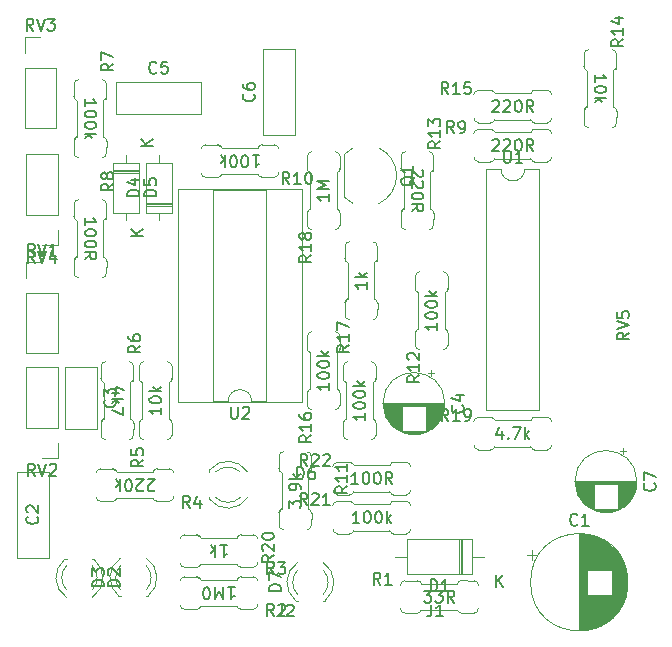
<source format=gbr>
%TF.GenerationSoftware,KiCad,Pcbnew,(6.0.0-0)*%
%TF.CreationDate,2022-01-23T15:20:27+01:00*%
%TF.ProjectId,engineers-thumb,656e6769-6e65-4657-9273-2d7468756d62,rev?*%
%TF.SameCoordinates,Original*%
%TF.FileFunction,Legend,Top*%
%TF.FilePolarity,Positive*%
%FSLAX46Y46*%
G04 Gerber Fmt 4.6, Leading zero omitted, Abs format (unit mm)*
G04 Created by KiCad (PCBNEW (6.0.0-0)) date 2022-01-23 15:20:27*
%MOMM*%
%LPD*%
G01*
G04 APERTURE LIST*
%ADD10C,0.150000*%
%ADD11C,0.120000*%
G04 APERTURE END LIST*
D10*
%TO.C,C1*%
X247765333Y-99882142D02*
X247717714Y-99929761D01*
X247574857Y-99977380D01*
X247479619Y-99977380D01*
X247336761Y-99929761D01*
X247241523Y-99834523D01*
X247193904Y-99739285D01*
X247146285Y-99548809D01*
X247146285Y-99405952D01*
X247193904Y-99215476D01*
X247241523Y-99120238D01*
X247336761Y-99025000D01*
X247479619Y-98977380D01*
X247574857Y-98977380D01*
X247717714Y-99025000D01*
X247765333Y-99072619D01*
X248717714Y-99977380D02*
X248146285Y-99977380D01*
X248432000Y-99977380D02*
X248432000Y-98977380D01*
X248336761Y-99120238D01*
X248241523Y-99215476D01*
X248146285Y-99263095D01*
%TO.C,R20*%
X222067380Y-102496857D02*
X221591190Y-102830190D01*
X222067380Y-103068285D02*
X221067380Y-103068285D01*
X221067380Y-102687333D01*
X221115000Y-102592095D01*
X221162619Y-102544476D01*
X221257857Y-102496857D01*
X221400714Y-102496857D01*
X221495952Y-102544476D01*
X221543571Y-102592095D01*
X221591190Y-102687333D01*
X221591190Y-103068285D01*
X221162619Y-102115904D02*
X221115000Y-102068285D01*
X221067380Y-101973047D01*
X221067380Y-101734952D01*
X221115000Y-101639714D01*
X221162619Y-101592095D01*
X221257857Y-101544476D01*
X221353095Y-101544476D01*
X221495952Y-101592095D01*
X222067380Y-102163523D01*
X222067380Y-101544476D01*
X221067380Y-100925428D02*
X221067380Y-100830190D01*
X221115000Y-100734952D01*
X221162619Y-100687333D01*
X221257857Y-100639714D01*
X221448333Y-100592095D01*
X221686428Y-100592095D01*
X221876904Y-100639714D01*
X221972142Y-100687333D01*
X222019761Y-100734952D01*
X222067380Y-100830190D01*
X222067380Y-100925428D01*
X222019761Y-101020666D01*
X221972142Y-101068285D01*
X221876904Y-101115904D01*
X221686428Y-101163523D01*
X221448333Y-101163523D01*
X221257857Y-101115904D01*
X221162619Y-101068285D01*
X221115000Y-101020666D01*
X221067380Y-100925428D01*
X223353380Y-98480380D02*
X223353380Y-97861333D01*
X223734333Y-98194666D01*
X223734333Y-98051809D01*
X223781952Y-97956571D01*
X223829571Y-97908952D01*
X223924809Y-97861333D01*
X224162904Y-97861333D01*
X224258142Y-97908952D01*
X224305761Y-97956571D01*
X224353380Y-98051809D01*
X224353380Y-98337523D01*
X224305761Y-98432761D01*
X224258142Y-98480380D01*
X224258142Y-97432761D02*
X224305761Y-97385142D01*
X224353380Y-97432761D01*
X224305761Y-97480380D01*
X224258142Y-97432761D01*
X224353380Y-97432761D01*
X224353380Y-96908952D02*
X224353380Y-96718476D01*
X224305761Y-96623238D01*
X224258142Y-96575619D01*
X224115285Y-96480380D01*
X223924809Y-96432761D01*
X223543857Y-96432761D01*
X223448619Y-96480380D01*
X223401000Y-96528000D01*
X223353380Y-96623238D01*
X223353380Y-96813714D01*
X223401000Y-96908952D01*
X223448619Y-96956571D01*
X223543857Y-97004190D01*
X223781952Y-97004190D01*
X223877190Y-96956571D01*
X223924809Y-96908952D01*
X223972428Y-96813714D01*
X223972428Y-96623238D01*
X223924809Y-96528000D01*
X223877190Y-96480380D01*
X223781952Y-96432761D01*
X224353380Y-96004190D02*
X223353380Y-96004190D01*
X223972428Y-95908952D02*
X224353380Y-95623238D01*
X223686714Y-95623238D02*
X224067666Y-96004190D01*
%TO.C,D7*%
X222663380Y-105518095D02*
X221663380Y-105518095D01*
X221663380Y-105280000D01*
X221711000Y-105137142D01*
X221806238Y-105041904D01*
X221901476Y-104994285D01*
X222091952Y-104946666D01*
X222234809Y-104946666D01*
X222425285Y-104994285D01*
X222520523Y-105041904D01*
X222615761Y-105137142D01*
X222663380Y-105280000D01*
X222663380Y-105518095D01*
X221663380Y-104613333D02*
X221663380Y-103946666D01*
X222663380Y-104375238D01*
%TO.C,RV3*%
X201715761Y-58066380D02*
X201382428Y-57590190D01*
X201144333Y-58066380D02*
X201144333Y-57066380D01*
X201525285Y-57066380D01*
X201620523Y-57114000D01*
X201668142Y-57161619D01*
X201715761Y-57256857D01*
X201715761Y-57399714D01*
X201668142Y-57494952D01*
X201620523Y-57542571D01*
X201525285Y-57590190D01*
X201144333Y-57590190D01*
X202001476Y-57066380D02*
X202334809Y-58066380D01*
X202668142Y-57066380D01*
X202906238Y-57066380D02*
X203525285Y-57066380D01*
X203191952Y-57447333D01*
X203334809Y-57447333D01*
X203430047Y-57494952D01*
X203477666Y-57542571D01*
X203525285Y-57637809D01*
X203525285Y-57875904D01*
X203477666Y-57971142D01*
X203430047Y-58018761D01*
X203334809Y-58066380D01*
X203049095Y-58066380D01*
X202953857Y-58018761D01*
X202906238Y-57971142D01*
%TO.C,J2*%
X222744666Y-106672380D02*
X222744666Y-107386666D01*
X222697047Y-107529523D01*
X222601809Y-107624761D01*
X222458952Y-107672380D01*
X222363714Y-107672380D01*
X223173238Y-106767619D02*
X223220857Y-106720000D01*
X223316095Y-106672380D01*
X223554190Y-106672380D01*
X223649428Y-106720000D01*
X223697047Y-106767619D01*
X223744666Y-106862857D01*
X223744666Y-106958095D01*
X223697047Y-107100952D01*
X223125619Y-107672380D01*
X223744666Y-107672380D01*
%TO.C,J1*%
X235400666Y-106672380D02*
X235400666Y-107386666D01*
X235353047Y-107529523D01*
X235257809Y-107624761D01*
X235114952Y-107672380D01*
X235019714Y-107672380D01*
X236400666Y-107672380D02*
X235829238Y-107672380D01*
X236114952Y-107672380D02*
X236114952Y-106672380D01*
X236019714Y-106815238D01*
X235924476Y-106910476D01*
X235829238Y-106958095D01*
%TO.C,R14*%
X251658380Y-58808857D02*
X251182190Y-59142190D01*
X251658380Y-59380285D02*
X250658380Y-59380285D01*
X250658380Y-58999333D01*
X250706000Y-58904095D01*
X250753619Y-58856476D01*
X250848857Y-58808857D01*
X250991714Y-58808857D01*
X251086952Y-58856476D01*
X251134571Y-58904095D01*
X251182190Y-58999333D01*
X251182190Y-59380285D01*
X251658380Y-57856476D02*
X251658380Y-58427904D01*
X251658380Y-58142190D02*
X250658380Y-58142190D01*
X250801238Y-58237428D01*
X250896476Y-58332666D01*
X250944095Y-58427904D01*
X250991714Y-56999333D02*
X251658380Y-56999333D01*
X250610761Y-57237428D02*
X251325047Y-57475523D01*
X251325047Y-56856476D01*
X249229619Y-62396761D02*
X249229619Y-61825333D01*
X249229619Y-62111047D02*
X250229619Y-62111047D01*
X250086761Y-62015809D01*
X249991523Y-61920571D01*
X249943904Y-61825333D01*
X250229619Y-63015809D02*
X250229619Y-63111047D01*
X250182000Y-63206285D01*
X250134380Y-63253904D01*
X250039142Y-63301523D01*
X249848666Y-63349142D01*
X249610571Y-63349142D01*
X249420095Y-63301523D01*
X249324857Y-63253904D01*
X249277238Y-63206285D01*
X249229619Y-63111047D01*
X249229619Y-63015809D01*
X249277238Y-62920571D01*
X249324857Y-62872952D01*
X249420095Y-62825333D01*
X249610571Y-62777714D01*
X249848666Y-62777714D01*
X250039142Y-62825333D01*
X250134380Y-62872952D01*
X250182000Y-62920571D01*
X250229619Y-63015809D01*
X249229619Y-63777714D02*
X250229619Y-63777714D01*
X249610571Y-63872952D02*
X249229619Y-64158666D01*
X249896285Y-64158666D02*
X249515333Y-63777714D01*
%TO.C,RV5*%
X252134380Y-83653238D02*
X251658190Y-83986571D01*
X252134380Y-84224666D02*
X251134380Y-84224666D01*
X251134380Y-83843714D01*
X251182000Y-83748476D01*
X251229619Y-83700857D01*
X251324857Y-83653238D01*
X251467714Y-83653238D01*
X251562952Y-83700857D01*
X251610571Y-83748476D01*
X251658190Y-83843714D01*
X251658190Y-84224666D01*
X251134380Y-83367523D02*
X252134380Y-83034190D01*
X251134380Y-82700857D01*
X251134380Y-81891333D02*
X251134380Y-82367523D01*
X251610571Y-82415142D01*
X251562952Y-82367523D01*
X251515333Y-82272285D01*
X251515333Y-82034190D01*
X251562952Y-81938952D01*
X251610571Y-81891333D01*
X251705809Y-81843714D01*
X251943904Y-81843714D01*
X252039142Y-81891333D01*
X252086761Y-81938952D01*
X252134380Y-82034190D01*
X252134380Y-82272285D01*
X252086761Y-82367523D01*
X252039142Y-82415142D01*
%TO.C,Q1*%
X233977619Y-70453238D02*
X233930000Y-70548476D01*
X233834761Y-70643714D01*
X233691904Y-70786571D01*
X233644285Y-70881809D01*
X233644285Y-70977047D01*
X233882380Y-70929428D02*
X233834761Y-71024666D01*
X233739523Y-71119904D01*
X233549047Y-71167523D01*
X233215714Y-71167523D01*
X233025238Y-71119904D01*
X232930000Y-71024666D01*
X232882380Y-70929428D01*
X232882380Y-70738952D01*
X232930000Y-70643714D01*
X233025238Y-70548476D01*
X233215714Y-70500857D01*
X233549047Y-70500857D01*
X233739523Y-70548476D01*
X233834761Y-70643714D01*
X233882380Y-70738952D01*
X233882380Y-70929428D01*
X233882380Y-69548476D02*
X233882380Y-70119904D01*
X233882380Y-69834190D02*
X232882380Y-69834190D01*
X233025238Y-69929428D01*
X233120476Y-70024666D01*
X233168095Y-70119904D01*
%TO.C,R15*%
X236847142Y-63444380D02*
X236513809Y-62968190D01*
X236275714Y-63444380D02*
X236275714Y-62444380D01*
X236656666Y-62444380D01*
X236751904Y-62492000D01*
X236799523Y-62539619D01*
X236847142Y-62634857D01*
X236847142Y-62777714D01*
X236799523Y-62872952D01*
X236751904Y-62920571D01*
X236656666Y-62968190D01*
X236275714Y-62968190D01*
X237799523Y-63444380D02*
X237228095Y-63444380D01*
X237513809Y-63444380D02*
X237513809Y-62444380D01*
X237418571Y-62587238D01*
X237323333Y-62682476D01*
X237228095Y-62730095D01*
X238704285Y-62444380D02*
X238228095Y-62444380D01*
X238180476Y-62920571D01*
X238228095Y-62872952D01*
X238323333Y-62825333D01*
X238561428Y-62825333D01*
X238656666Y-62872952D01*
X238704285Y-62920571D01*
X238751904Y-63015809D01*
X238751904Y-63253904D01*
X238704285Y-63349142D01*
X238656666Y-63396761D01*
X238561428Y-63444380D01*
X238323333Y-63444380D01*
X238228095Y-63396761D01*
X238180476Y-63349142D01*
X240577904Y-64063619D02*
X240625523Y-64016000D01*
X240720761Y-63968380D01*
X240958857Y-63968380D01*
X241054095Y-64016000D01*
X241101714Y-64063619D01*
X241149333Y-64158857D01*
X241149333Y-64254095D01*
X241101714Y-64396952D01*
X240530285Y-64968380D01*
X241149333Y-64968380D01*
X241530285Y-64063619D02*
X241577904Y-64016000D01*
X241673142Y-63968380D01*
X241911238Y-63968380D01*
X242006476Y-64016000D01*
X242054095Y-64063619D01*
X242101714Y-64158857D01*
X242101714Y-64254095D01*
X242054095Y-64396952D01*
X241482666Y-64968380D01*
X242101714Y-64968380D01*
X242720761Y-63968380D02*
X242816000Y-63968380D01*
X242911238Y-64016000D01*
X242958857Y-64063619D01*
X243006476Y-64158857D01*
X243054095Y-64349333D01*
X243054095Y-64587428D01*
X243006476Y-64777904D01*
X242958857Y-64873142D01*
X242911238Y-64920761D01*
X242816000Y-64968380D01*
X242720761Y-64968380D01*
X242625523Y-64920761D01*
X242577904Y-64873142D01*
X242530285Y-64777904D01*
X242482666Y-64587428D01*
X242482666Y-64349333D01*
X242530285Y-64158857D01*
X242577904Y-64063619D01*
X242625523Y-64016000D01*
X242720761Y-63968380D01*
X244054095Y-64968380D02*
X243720761Y-64492190D01*
X243482666Y-64968380D02*
X243482666Y-63968380D01*
X243863619Y-63968380D01*
X243958857Y-64016000D01*
X244006476Y-64063619D01*
X244054095Y-64158857D01*
X244054095Y-64301714D01*
X244006476Y-64396952D01*
X243958857Y-64444571D01*
X243863619Y-64492190D01*
X243482666Y-64492190D01*
%TO.C,C2*%
X202033142Y-99226666D02*
X202080761Y-99274285D01*
X202128380Y-99417142D01*
X202128380Y-99512380D01*
X202080761Y-99655238D01*
X201985523Y-99750476D01*
X201890285Y-99798095D01*
X201699809Y-99845714D01*
X201556952Y-99845714D01*
X201366476Y-99798095D01*
X201271238Y-99750476D01*
X201176000Y-99655238D01*
X201128380Y-99512380D01*
X201128380Y-99417142D01*
X201176000Y-99274285D01*
X201223619Y-99226666D01*
X201223619Y-98845714D02*
X201176000Y-98798095D01*
X201128380Y-98702857D01*
X201128380Y-98464761D01*
X201176000Y-98369523D01*
X201223619Y-98321904D01*
X201318857Y-98274285D01*
X201414095Y-98274285D01*
X201556952Y-98321904D01*
X202128380Y-98893333D01*
X202128380Y-98274285D01*
%TO.C,R6*%
X210764380Y-84748666D02*
X210288190Y-85082000D01*
X210764380Y-85320095D02*
X209764380Y-85320095D01*
X209764380Y-84939142D01*
X209812000Y-84843904D01*
X209859619Y-84796285D01*
X209954857Y-84748666D01*
X210097714Y-84748666D01*
X210192952Y-84796285D01*
X210240571Y-84843904D01*
X210288190Y-84939142D01*
X210288190Y-85320095D01*
X209764380Y-83891523D02*
X209764380Y-84082000D01*
X209812000Y-84177238D01*
X209859619Y-84224857D01*
X210002476Y-84320095D01*
X210192952Y-84367714D01*
X210573904Y-84367714D01*
X210669142Y-84320095D01*
X210716761Y-84272476D01*
X210764380Y-84177238D01*
X210764380Y-83986761D01*
X210716761Y-83891523D01*
X210669142Y-83843904D01*
X210573904Y-83796285D01*
X210335809Y-83796285D01*
X210240571Y-83843904D01*
X210192952Y-83891523D01*
X210145333Y-83986761D01*
X210145333Y-84177238D01*
X210192952Y-84272476D01*
X210240571Y-84320095D01*
X210335809Y-84367714D01*
X209002285Y-88717523D02*
X208335619Y-88717523D01*
X209383238Y-88479428D02*
X208668952Y-88241333D01*
X208668952Y-88860380D01*
X208335619Y-89241333D02*
X209335619Y-89241333D01*
X208716571Y-89336571D02*
X208335619Y-89622285D01*
X209002285Y-89622285D02*
X208621333Y-89241333D01*
X209335619Y-89955619D02*
X209335619Y-90622285D01*
X208335619Y-90193714D01*
%TO.C,RV1*%
X201842761Y-77116380D02*
X201509428Y-76640190D01*
X201271333Y-77116380D02*
X201271333Y-76116380D01*
X201652285Y-76116380D01*
X201747523Y-76164000D01*
X201795142Y-76211619D01*
X201842761Y-76306857D01*
X201842761Y-76449714D01*
X201795142Y-76544952D01*
X201747523Y-76592571D01*
X201652285Y-76640190D01*
X201271333Y-76640190D01*
X202128476Y-76116380D02*
X202461809Y-77116380D01*
X202795142Y-76116380D01*
X203652285Y-77116380D02*
X203080857Y-77116380D01*
X203366571Y-77116380D02*
X203366571Y-76116380D01*
X203271333Y-76259238D01*
X203176095Y-76354476D01*
X203080857Y-76402095D01*
%TO.C,RV4*%
X201842761Y-77712380D02*
X201509428Y-77236190D01*
X201271333Y-77712380D02*
X201271333Y-76712380D01*
X201652285Y-76712380D01*
X201747523Y-76760000D01*
X201795142Y-76807619D01*
X201842761Y-76902857D01*
X201842761Y-77045714D01*
X201795142Y-77140952D01*
X201747523Y-77188571D01*
X201652285Y-77236190D01*
X201271333Y-77236190D01*
X202128476Y-76712380D02*
X202461809Y-77712380D01*
X202795142Y-76712380D01*
X203557047Y-77045714D02*
X203557047Y-77712380D01*
X203318952Y-76664761D02*
X203080857Y-77379047D01*
X203699904Y-77379047D01*
%TO.C,D1*%
X235354904Y-105538380D02*
X235354904Y-104538380D01*
X235593000Y-104538380D01*
X235735857Y-104586000D01*
X235831095Y-104681238D01*
X235878714Y-104776476D01*
X235926333Y-104966952D01*
X235926333Y-105109809D01*
X235878714Y-105300285D01*
X235831095Y-105395523D01*
X235735857Y-105490761D01*
X235593000Y-105538380D01*
X235354904Y-105538380D01*
X236878714Y-105538380D02*
X236307285Y-105538380D01*
X236593000Y-105538380D02*
X236593000Y-104538380D01*
X236497761Y-104681238D01*
X236402523Y-104776476D01*
X236307285Y-104824095D01*
X240911095Y-105168380D02*
X240911095Y-104168380D01*
X241482523Y-105168380D02*
X241053952Y-104596952D01*
X241482523Y-104168380D02*
X240911095Y-104739809D01*
%TO.C,R16*%
X225242380Y-92336857D02*
X224766190Y-92670190D01*
X225242380Y-92908285D02*
X224242380Y-92908285D01*
X224242380Y-92527333D01*
X224290000Y-92432095D01*
X224337619Y-92384476D01*
X224432857Y-92336857D01*
X224575714Y-92336857D01*
X224670952Y-92384476D01*
X224718571Y-92432095D01*
X224766190Y-92527333D01*
X224766190Y-92908285D01*
X225242380Y-91384476D02*
X225242380Y-91955904D01*
X225242380Y-91670190D02*
X224242380Y-91670190D01*
X224385238Y-91765428D01*
X224480476Y-91860666D01*
X224528095Y-91955904D01*
X224242380Y-90527333D02*
X224242380Y-90717809D01*
X224290000Y-90813047D01*
X224337619Y-90860666D01*
X224480476Y-90955904D01*
X224670952Y-91003523D01*
X225051904Y-91003523D01*
X225147142Y-90955904D01*
X225194761Y-90908285D01*
X225242380Y-90813047D01*
X225242380Y-90622571D01*
X225194761Y-90527333D01*
X225147142Y-90479714D01*
X225051904Y-90432095D01*
X224813809Y-90432095D01*
X224718571Y-90479714D01*
X224670952Y-90527333D01*
X224623333Y-90622571D01*
X224623333Y-90813047D01*
X224670952Y-90908285D01*
X224718571Y-90955904D01*
X224813809Y-91003523D01*
X226766380Y-87939428D02*
X226766380Y-88510857D01*
X226766380Y-88225142D02*
X225766380Y-88225142D01*
X225909238Y-88320380D01*
X226004476Y-88415619D01*
X226052095Y-88510857D01*
X225766380Y-87320380D02*
X225766380Y-87225142D01*
X225814000Y-87129904D01*
X225861619Y-87082285D01*
X225956857Y-87034666D01*
X226147333Y-86987047D01*
X226385428Y-86987047D01*
X226575904Y-87034666D01*
X226671142Y-87082285D01*
X226718761Y-87129904D01*
X226766380Y-87225142D01*
X226766380Y-87320380D01*
X226718761Y-87415619D01*
X226671142Y-87463238D01*
X226575904Y-87510857D01*
X226385428Y-87558476D01*
X226147333Y-87558476D01*
X225956857Y-87510857D01*
X225861619Y-87463238D01*
X225814000Y-87415619D01*
X225766380Y-87320380D01*
X225766380Y-86368000D02*
X225766380Y-86272761D01*
X225814000Y-86177523D01*
X225861619Y-86129904D01*
X225956857Y-86082285D01*
X226147333Y-86034666D01*
X226385428Y-86034666D01*
X226575904Y-86082285D01*
X226671142Y-86129904D01*
X226718761Y-86177523D01*
X226766380Y-86272761D01*
X226766380Y-86368000D01*
X226718761Y-86463238D01*
X226671142Y-86510857D01*
X226575904Y-86558476D01*
X226385428Y-86606095D01*
X226147333Y-86606095D01*
X225956857Y-86558476D01*
X225861619Y-86510857D01*
X225814000Y-86463238D01*
X225766380Y-86368000D01*
X226766380Y-85606095D02*
X225766380Y-85606095D01*
X226385428Y-85510857D02*
X226766380Y-85225142D01*
X226099714Y-85225142D02*
X226480666Y-85606095D01*
%TO.C,R1*%
X231100333Y-104973380D02*
X230767000Y-104497190D01*
X230528904Y-104973380D02*
X230528904Y-103973380D01*
X230909857Y-103973380D01*
X231005095Y-104021000D01*
X231052714Y-104068619D01*
X231100333Y-104163857D01*
X231100333Y-104306714D01*
X231052714Y-104401952D01*
X231005095Y-104449571D01*
X230909857Y-104497190D01*
X230528904Y-104497190D01*
X232052714Y-104973380D02*
X231481285Y-104973380D01*
X231767000Y-104973380D02*
X231767000Y-103973380D01*
X231671761Y-104116238D01*
X231576523Y-104211476D01*
X231481285Y-104259095D01*
X234783476Y-105497380D02*
X235402523Y-105497380D01*
X235069190Y-105878333D01*
X235212047Y-105878333D01*
X235307285Y-105925952D01*
X235354904Y-105973571D01*
X235402523Y-106068809D01*
X235402523Y-106306904D01*
X235354904Y-106402142D01*
X235307285Y-106449761D01*
X235212047Y-106497380D01*
X234926333Y-106497380D01*
X234831095Y-106449761D01*
X234783476Y-106402142D01*
X235735857Y-105497380D02*
X236354904Y-105497380D01*
X236021571Y-105878333D01*
X236164428Y-105878333D01*
X236259666Y-105925952D01*
X236307285Y-105973571D01*
X236354904Y-106068809D01*
X236354904Y-106306904D01*
X236307285Y-106402142D01*
X236259666Y-106449761D01*
X236164428Y-106497380D01*
X235878714Y-106497380D01*
X235783476Y-106449761D01*
X235735857Y-106402142D01*
X237354904Y-106497380D02*
X237021571Y-106021190D01*
X236783476Y-106497380D02*
X236783476Y-105497380D01*
X237164428Y-105497380D01*
X237259666Y-105545000D01*
X237307285Y-105592619D01*
X237354904Y-105687857D01*
X237354904Y-105830714D01*
X237307285Y-105925952D01*
X237259666Y-105973571D01*
X237164428Y-106021190D01*
X236783476Y-106021190D01*
%TO.C,R13*%
X236164380Y-67444857D02*
X235688190Y-67778190D01*
X236164380Y-68016285D02*
X235164380Y-68016285D01*
X235164380Y-67635333D01*
X235212000Y-67540095D01*
X235259619Y-67492476D01*
X235354857Y-67444857D01*
X235497714Y-67444857D01*
X235592952Y-67492476D01*
X235640571Y-67540095D01*
X235688190Y-67635333D01*
X235688190Y-68016285D01*
X236164380Y-66492476D02*
X236164380Y-67063904D01*
X236164380Y-66778190D02*
X235164380Y-66778190D01*
X235307238Y-66873428D01*
X235402476Y-66968666D01*
X235450095Y-67063904D01*
X235164380Y-66159142D02*
X235164380Y-65540095D01*
X235545333Y-65873428D01*
X235545333Y-65730571D01*
X235592952Y-65635333D01*
X235640571Y-65587714D01*
X235735809Y-65540095D01*
X235973904Y-65540095D01*
X236069142Y-65587714D01*
X236116761Y-65635333D01*
X236164380Y-65730571D01*
X236164380Y-66016285D01*
X236116761Y-66111523D01*
X236069142Y-66159142D01*
X234640380Y-69889904D02*
X234688000Y-69937523D01*
X234735619Y-70032761D01*
X234735619Y-70270857D01*
X234688000Y-70366095D01*
X234640380Y-70413714D01*
X234545142Y-70461333D01*
X234449904Y-70461333D01*
X234307047Y-70413714D01*
X233735619Y-69842285D01*
X233735619Y-70461333D01*
X234640380Y-70842285D02*
X234688000Y-70889904D01*
X234735619Y-70985142D01*
X234735619Y-71223238D01*
X234688000Y-71318476D01*
X234640380Y-71366095D01*
X234545142Y-71413714D01*
X234449904Y-71413714D01*
X234307047Y-71366095D01*
X233735619Y-70794666D01*
X233735619Y-71413714D01*
X234735619Y-72032761D02*
X234735619Y-72128000D01*
X234688000Y-72223238D01*
X234640380Y-72270857D01*
X234545142Y-72318476D01*
X234354666Y-72366095D01*
X234116571Y-72366095D01*
X233926095Y-72318476D01*
X233830857Y-72270857D01*
X233783238Y-72223238D01*
X233735619Y-72128000D01*
X233735619Y-72032761D01*
X233783238Y-71937523D01*
X233830857Y-71889904D01*
X233926095Y-71842285D01*
X234116571Y-71794666D01*
X234354666Y-71794666D01*
X234545142Y-71842285D01*
X234640380Y-71889904D01*
X234688000Y-71937523D01*
X234735619Y-72032761D01*
X233735619Y-73366095D02*
X234211809Y-73032761D01*
X233735619Y-72794666D02*
X234735619Y-72794666D01*
X234735619Y-73175619D01*
X234688000Y-73270857D01*
X234640380Y-73318476D01*
X234545142Y-73366095D01*
X234402285Y-73366095D01*
X234307047Y-73318476D01*
X234259428Y-73270857D01*
X234211809Y-73175619D01*
X234211809Y-72794666D01*
%TO.C,R12*%
X234386380Y-87256857D02*
X233910190Y-87590190D01*
X234386380Y-87828285D02*
X233386380Y-87828285D01*
X233386380Y-87447333D01*
X233434000Y-87352095D01*
X233481619Y-87304476D01*
X233576857Y-87256857D01*
X233719714Y-87256857D01*
X233814952Y-87304476D01*
X233862571Y-87352095D01*
X233910190Y-87447333D01*
X233910190Y-87828285D01*
X234386380Y-86304476D02*
X234386380Y-86875904D01*
X234386380Y-86590190D02*
X233386380Y-86590190D01*
X233529238Y-86685428D01*
X233624476Y-86780666D01*
X233672095Y-86875904D01*
X233481619Y-85923523D02*
X233434000Y-85875904D01*
X233386380Y-85780666D01*
X233386380Y-85542571D01*
X233434000Y-85447333D01*
X233481619Y-85399714D01*
X233576857Y-85352095D01*
X233672095Y-85352095D01*
X233814952Y-85399714D01*
X234386380Y-85971142D01*
X234386380Y-85352095D01*
X235910380Y-82859428D02*
X235910380Y-83430857D01*
X235910380Y-83145142D02*
X234910380Y-83145142D01*
X235053238Y-83240380D01*
X235148476Y-83335619D01*
X235196095Y-83430857D01*
X234910380Y-82240380D02*
X234910380Y-82145142D01*
X234958000Y-82049904D01*
X235005619Y-82002285D01*
X235100857Y-81954666D01*
X235291333Y-81907047D01*
X235529428Y-81907047D01*
X235719904Y-81954666D01*
X235815142Y-82002285D01*
X235862761Y-82049904D01*
X235910380Y-82145142D01*
X235910380Y-82240380D01*
X235862761Y-82335619D01*
X235815142Y-82383238D01*
X235719904Y-82430857D01*
X235529428Y-82478476D01*
X235291333Y-82478476D01*
X235100857Y-82430857D01*
X235005619Y-82383238D01*
X234958000Y-82335619D01*
X234910380Y-82240380D01*
X234910380Y-81288000D02*
X234910380Y-81192761D01*
X234958000Y-81097523D01*
X235005619Y-81049904D01*
X235100857Y-81002285D01*
X235291333Y-80954666D01*
X235529428Y-80954666D01*
X235719904Y-81002285D01*
X235815142Y-81049904D01*
X235862761Y-81097523D01*
X235910380Y-81192761D01*
X235910380Y-81288000D01*
X235862761Y-81383238D01*
X235815142Y-81430857D01*
X235719904Y-81478476D01*
X235529428Y-81526095D01*
X235291333Y-81526095D01*
X235100857Y-81478476D01*
X235005619Y-81430857D01*
X234958000Y-81383238D01*
X234910380Y-81288000D01*
X235910380Y-80526095D02*
X234910380Y-80526095D01*
X235529428Y-80430857D02*
X235910380Y-80145142D01*
X235243714Y-80145142D02*
X235624666Y-80526095D01*
%TO.C,R17*%
X228417380Y-84716857D02*
X227941190Y-85050190D01*
X228417380Y-85288285D02*
X227417380Y-85288285D01*
X227417380Y-84907333D01*
X227465000Y-84812095D01*
X227512619Y-84764476D01*
X227607857Y-84716857D01*
X227750714Y-84716857D01*
X227845952Y-84764476D01*
X227893571Y-84812095D01*
X227941190Y-84907333D01*
X227941190Y-85288285D01*
X228417380Y-83764476D02*
X228417380Y-84335904D01*
X228417380Y-84050190D02*
X227417380Y-84050190D01*
X227560238Y-84145428D01*
X227655476Y-84240666D01*
X227703095Y-84335904D01*
X227417380Y-83431142D02*
X227417380Y-82764476D01*
X228417380Y-83193047D01*
X229941380Y-79367047D02*
X229941380Y-79938476D01*
X229941380Y-79652761D02*
X228941380Y-79652761D01*
X229084238Y-79748000D01*
X229179476Y-79843238D01*
X229227095Y-79938476D01*
X229941380Y-78938476D02*
X228941380Y-78938476D01*
X229560428Y-78843238D02*
X229941380Y-78557523D01*
X229274714Y-78557523D02*
X229655666Y-78938476D01*
%TO.C,C7*%
X254297142Y-96412666D02*
X254344761Y-96460285D01*
X254392380Y-96603142D01*
X254392380Y-96698380D01*
X254344761Y-96841238D01*
X254249523Y-96936476D01*
X254154285Y-96984095D01*
X253963809Y-97031714D01*
X253820952Y-97031714D01*
X253630476Y-96984095D01*
X253535238Y-96936476D01*
X253440000Y-96841238D01*
X253392380Y-96698380D01*
X253392380Y-96603142D01*
X253440000Y-96460285D01*
X253487619Y-96412666D01*
X253392380Y-96079333D02*
X253392380Y-95412666D01*
X254392380Y-95841238D01*
%TO.C,R3*%
X222083333Y-104084380D02*
X221750000Y-103608190D01*
X221511904Y-104084380D02*
X221511904Y-103084380D01*
X221892857Y-103084380D01*
X221988095Y-103132000D01*
X222035714Y-103179619D01*
X222083333Y-103274857D01*
X222083333Y-103417714D01*
X222035714Y-103512952D01*
X221988095Y-103560571D01*
X221892857Y-103608190D01*
X221511904Y-103608190D01*
X222416666Y-103084380D02*
X223035714Y-103084380D01*
X222702380Y-103465333D01*
X222845238Y-103465333D01*
X222940476Y-103512952D01*
X222988095Y-103560571D01*
X223035714Y-103655809D01*
X223035714Y-103893904D01*
X222988095Y-103989142D01*
X222940476Y-104036761D01*
X222845238Y-104084380D01*
X222559523Y-104084380D01*
X222464285Y-104036761D01*
X222416666Y-103989142D01*
X217543047Y-101655619D02*
X218114476Y-101655619D01*
X217828761Y-101655619D02*
X217828761Y-102655619D01*
X217924000Y-102512761D01*
X218019238Y-102417523D01*
X218114476Y-102369904D01*
X217114476Y-101655619D02*
X217114476Y-102655619D01*
X217019238Y-102036571D02*
X216733523Y-101655619D01*
X216733523Y-102322285D02*
X217114476Y-101941333D01*
%TO.C,R8*%
X208478380Y-71032666D02*
X208002190Y-71366000D01*
X208478380Y-71604095D02*
X207478380Y-71604095D01*
X207478380Y-71223142D01*
X207526000Y-71127904D01*
X207573619Y-71080285D01*
X207668857Y-71032666D01*
X207811714Y-71032666D01*
X207906952Y-71080285D01*
X207954571Y-71127904D01*
X208002190Y-71223142D01*
X208002190Y-71604095D01*
X207906952Y-70461238D02*
X207859333Y-70556476D01*
X207811714Y-70604095D01*
X207716476Y-70651714D01*
X207668857Y-70651714D01*
X207573619Y-70604095D01*
X207526000Y-70556476D01*
X207478380Y-70461238D01*
X207478380Y-70270761D01*
X207526000Y-70175523D01*
X207573619Y-70127904D01*
X207668857Y-70080285D01*
X207716476Y-70080285D01*
X207811714Y-70127904D01*
X207859333Y-70175523D01*
X207906952Y-70270761D01*
X207906952Y-70461238D01*
X207954571Y-70556476D01*
X208002190Y-70604095D01*
X208097428Y-70651714D01*
X208287904Y-70651714D01*
X208383142Y-70604095D01*
X208430761Y-70556476D01*
X208478380Y-70461238D01*
X208478380Y-70270761D01*
X208430761Y-70175523D01*
X208383142Y-70127904D01*
X208287904Y-70080285D01*
X208097428Y-70080285D01*
X208002190Y-70127904D01*
X207954571Y-70175523D01*
X207906952Y-70270761D01*
X206049619Y-74525333D02*
X206049619Y-73953904D01*
X206049619Y-74239619D02*
X207049619Y-74239619D01*
X206906761Y-74144380D01*
X206811523Y-74049142D01*
X206763904Y-73953904D01*
X207049619Y-75144380D02*
X207049619Y-75239619D01*
X207002000Y-75334857D01*
X206954380Y-75382476D01*
X206859142Y-75430095D01*
X206668666Y-75477714D01*
X206430571Y-75477714D01*
X206240095Y-75430095D01*
X206144857Y-75382476D01*
X206097238Y-75334857D01*
X206049619Y-75239619D01*
X206049619Y-75144380D01*
X206097238Y-75049142D01*
X206144857Y-75001523D01*
X206240095Y-74953904D01*
X206430571Y-74906285D01*
X206668666Y-74906285D01*
X206859142Y-74953904D01*
X206954380Y-75001523D01*
X207002000Y-75049142D01*
X207049619Y-75144380D01*
X207049619Y-76096761D02*
X207049619Y-76192000D01*
X207002000Y-76287238D01*
X206954380Y-76334857D01*
X206859142Y-76382476D01*
X206668666Y-76430095D01*
X206430571Y-76430095D01*
X206240095Y-76382476D01*
X206144857Y-76334857D01*
X206097238Y-76287238D01*
X206049619Y-76192000D01*
X206049619Y-76096761D01*
X206097238Y-76001523D01*
X206144857Y-75953904D01*
X206240095Y-75906285D01*
X206430571Y-75858666D01*
X206668666Y-75858666D01*
X206859142Y-75906285D01*
X206954380Y-75953904D01*
X207002000Y-76001523D01*
X207049619Y-76096761D01*
X206049619Y-77430095D02*
X206525809Y-77096761D01*
X206049619Y-76858666D02*
X207049619Y-76858666D01*
X207049619Y-77239619D01*
X207002000Y-77334857D01*
X206954380Y-77382476D01*
X206859142Y-77430095D01*
X206716285Y-77430095D01*
X206621047Y-77382476D01*
X206573428Y-77334857D01*
X206525809Y-77239619D01*
X206525809Y-76858666D01*
%TO.C,D6*%
X224051904Y-96044380D02*
X224051904Y-95044380D01*
X224290000Y-95044380D01*
X224432857Y-95092000D01*
X224528095Y-95187238D01*
X224575714Y-95282476D01*
X224623333Y-95472952D01*
X224623333Y-95615809D01*
X224575714Y-95806285D01*
X224528095Y-95901523D01*
X224432857Y-95996761D01*
X224290000Y-96044380D01*
X224051904Y-96044380D01*
X225480476Y-95044380D02*
X225290000Y-95044380D01*
X225194761Y-95092000D01*
X225147142Y-95139619D01*
X225051904Y-95282476D01*
X225004285Y-95472952D01*
X225004285Y-95853904D01*
X225051904Y-95949142D01*
X225099523Y-95996761D01*
X225194761Y-96044380D01*
X225385238Y-96044380D01*
X225480476Y-95996761D01*
X225528095Y-95949142D01*
X225575714Y-95853904D01*
X225575714Y-95615809D01*
X225528095Y-95520571D01*
X225480476Y-95472952D01*
X225385238Y-95425333D01*
X225194761Y-95425333D01*
X225099523Y-95472952D01*
X225051904Y-95520571D01*
X225004285Y-95615809D01*
%TO.C,R22*%
X224909142Y-94940380D02*
X224575809Y-94464190D01*
X224337714Y-94940380D02*
X224337714Y-93940380D01*
X224718666Y-93940380D01*
X224813904Y-93988000D01*
X224861523Y-94035619D01*
X224909142Y-94130857D01*
X224909142Y-94273714D01*
X224861523Y-94368952D01*
X224813904Y-94416571D01*
X224718666Y-94464190D01*
X224337714Y-94464190D01*
X225290095Y-94035619D02*
X225337714Y-93988000D01*
X225432952Y-93940380D01*
X225671047Y-93940380D01*
X225766285Y-93988000D01*
X225813904Y-94035619D01*
X225861523Y-94130857D01*
X225861523Y-94226095D01*
X225813904Y-94368952D01*
X225242476Y-94940380D01*
X225861523Y-94940380D01*
X226242476Y-94035619D02*
X226290095Y-93988000D01*
X226385333Y-93940380D01*
X226623428Y-93940380D01*
X226718666Y-93988000D01*
X226766285Y-94035619D01*
X226813904Y-94130857D01*
X226813904Y-94226095D01*
X226766285Y-94368952D01*
X226194857Y-94940380D01*
X226813904Y-94940380D01*
X229211333Y-96464380D02*
X228639904Y-96464380D01*
X228925619Y-96464380D02*
X228925619Y-95464380D01*
X228830380Y-95607238D01*
X228735142Y-95702476D01*
X228639904Y-95750095D01*
X229830380Y-95464380D02*
X229925619Y-95464380D01*
X230020857Y-95512000D01*
X230068476Y-95559619D01*
X230116095Y-95654857D01*
X230163714Y-95845333D01*
X230163714Y-96083428D01*
X230116095Y-96273904D01*
X230068476Y-96369142D01*
X230020857Y-96416761D01*
X229925619Y-96464380D01*
X229830380Y-96464380D01*
X229735142Y-96416761D01*
X229687523Y-96369142D01*
X229639904Y-96273904D01*
X229592285Y-96083428D01*
X229592285Y-95845333D01*
X229639904Y-95654857D01*
X229687523Y-95559619D01*
X229735142Y-95512000D01*
X229830380Y-95464380D01*
X230782761Y-95464380D02*
X230878000Y-95464380D01*
X230973238Y-95512000D01*
X231020857Y-95559619D01*
X231068476Y-95654857D01*
X231116095Y-95845333D01*
X231116095Y-96083428D01*
X231068476Y-96273904D01*
X231020857Y-96369142D01*
X230973238Y-96416761D01*
X230878000Y-96464380D01*
X230782761Y-96464380D01*
X230687523Y-96416761D01*
X230639904Y-96369142D01*
X230592285Y-96273904D01*
X230544666Y-96083428D01*
X230544666Y-95845333D01*
X230592285Y-95654857D01*
X230639904Y-95559619D01*
X230687523Y-95512000D01*
X230782761Y-95464380D01*
X232116095Y-96464380D02*
X231782761Y-95988190D01*
X231544666Y-96464380D02*
X231544666Y-95464380D01*
X231925619Y-95464380D01*
X232020857Y-95512000D01*
X232068476Y-95559619D01*
X232116095Y-95654857D01*
X232116095Y-95797714D01*
X232068476Y-95892952D01*
X232020857Y-95940571D01*
X231925619Y-95988190D01*
X231544666Y-95988190D01*
%TO.C,R19*%
X236847142Y-91130380D02*
X236513809Y-90654190D01*
X236275714Y-91130380D02*
X236275714Y-90130380D01*
X236656666Y-90130380D01*
X236751904Y-90178000D01*
X236799523Y-90225619D01*
X236847142Y-90320857D01*
X236847142Y-90463714D01*
X236799523Y-90558952D01*
X236751904Y-90606571D01*
X236656666Y-90654190D01*
X236275714Y-90654190D01*
X237799523Y-91130380D02*
X237228095Y-91130380D01*
X237513809Y-91130380D02*
X237513809Y-90130380D01*
X237418571Y-90273238D01*
X237323333Y-90368476D01*
X237228095Y-90416095D01*
X238275714Y-91130380D02*
X238466190Y-91130380D01*
X238561428Y-91082761D01*
X238609047Y-91035142D01*
X238704285Y-90892285D01*
X238751904Y-90701809D01*
X238751904Y-90320857D01*
X238704285Y-90225619D01*
X238656666Y-90178000D01*
X238561428Y-90130380D01*
X238370952Y-90130380D01*
X238275714Y-90178000D01*
X238228095Y-90225619D01*
X238180476Y-90320857D01*
X238180476Y-90558952D01*
X238228095Y-90654190D01*
X238275714Y-90701809D01*
X238370952Y-90749428D01*
X238561428Y-90749428D01*
X238656666Y-90701809D01*
X238704285Y-90654190D01*
X238751904Y-90558952D01*
X241387428Y-91987714D02*
X241387428Y-92654380D01*
X241149333Y-91606761D02*
X240911238Y-92321047D01*
X241530285Y-92321047D01*
X241911238Y-92559142D02*
X241958857Y-92606761D01*
X241911238Y-92654380D01*
X241863619Y-92606761D01*
X241911238Y-92559142D01*
X241911238Y-92654380D01*
X242292190Y-91654380D02*
X242958857Y-91654380D01*
X242530285Y-92654380D01*
X243339809Y-92654380D02*
X243339809Y-91654380D01*
X243435047Y-92273428D02*
X243720761Y-92654380D01*
X243720761Y-91987714D02*
X243339809Y-92368666D01*
%TO.C,R9*%
X237323333Y-66746380D02*
X236990000Y-66270190D01*
X236751904Y-66746380D02*
X236751904Y-65746380D01*
X237132857Y-65746380D01*
X237228095Y-65794000D01*
X237275714Y-65841619D01*
X237323333Y-65936857D01*
X237323333Y-66079714D01*
X237275714Y-66174952D01*
X237228095Y-66222571D01*
X237132857Y-66270190D01*
X236751904Y-66270190D01*
X237799523Y-66746380D02*
X237990000Y-66746380D01*
X238085238Y-66698761D01*
X238132857Y-66651142D01*
X238228095Y-66508285D01*
X238275714Y-66317809D01*
X238275714Y-65936857D01*
X238228095Y-65841619D01*
X238180476Y-65794000D01*
X238085238Y-65746380D01*
X237894761Y-65746380D01*
X237799523Y-65794000D01*
X237751904Y-65841619D01*
X237704285Y-65936857D01*
X237704285Y-66174952D01*
X237751904Y-66270190D01*
X237799523Y-66317809D01*
X237894761Y-66365428D01*
X238085238Y-66365428D01*
X238180476Y-66317809D01*
X238228095Y-66270190D01*
X238275714Y-66174952D01*
X240577904Y-67365619D02*
X240625523Y-67318000D01*
X240720761Y-67270380D01*
X240958857Y-67270380D01*
X241054095Y-67318000D01*
X241101714Y-67365619D01*
X241149333Y-67460857D01*
X241149333Y-67556095D01*
X241101714Y-67698952D01*
X240530285Y-68270380D01*
X241149333Y-68270380D01*
X241530285Y-67365619D02*
X241577904Y-67318000D01*
X241673142Y-67270380D01*
X241911238Y-67270380D01*
X242006476Y-67318000D01*
X242054095Y-67365619D01*
X242101714Y-67460857D01*
X242101714Y-67556095D01*
X242054095Y-67698952D01*
X241482666Y-68270380D01*
X242101714Y-68270380D01*
X242720761Y-67270380D02*
X242816000Y-67270380D01*
X242911238Y-67318000D01*
X242958857Y-67365619D01*
X243006476Y-67460857D01*
X243054095Y-67651333D01*
X243054095Y-67889428D01*
X243006476Y-68079904D01*
X242958857Y-68175142D01*
X242911238Y-68222761D01*
X242816000Y-68270380D01*
X242720761Y-68270380D01*
X242625523Y-68222761D01*
X242577904Y-68175142D01*
X242530285Y-68079904D01*
X242482666Y-67889428D01*
X242482666Y-67651333D01*
X242530285Y-67460857D01*
X242577904Y-67365619D01*
X242625523Y-67318000D01*
X242720761Y-67270380D01*
X244054095Y-68270380D02*
X243720761Y-67794190D01*
X243482666Y-68270380D02*
X243482666Y-67270380D01*
X243863619Y-67270380D01*
X243958857Y-67318000D01*
X244006476Y-67365619D01*
X244054095Y-67460857D01*
X244054095Y-67603714D01*
X244006476Y-67698952D01*
X243958857Y-67746571D01*
X243863619Y-67794190D01*
X243482666Y-67794190D01*
%TO.C,D3*%
X207677380Y-105132095D02*
X206677380Y-105132095D01*
X206677380Y-104894000D01*
X206725000Y-104751142D01*
X206820238Y-104655904D01*
X206915476Y-104608285D01*
X207105952Y-104560666D01*
X207248809Y-104560666D01*
X207439285Y-104608285D01*
X207534523Y-104655904D01*
X207629761Y-104751142D01*
X207677380Y-104894000D01*
X207677380Y-105132095D01*
X206677380Y-104227333D02*
X206677380Y-103608285D01*
X207058333Y-103941619D01*
X207058333Y-103798761D01*
X207105952Y-103703523D01*
X207153571Y-103655904D01*
X207248809Y-103608285D01*
X207486904Y-103608285D01*
X207582142Y-103655904D01*
X207629761Y-103703523D01*
X207677380Y-103798761D01*
X207677380Y-104084476D01*
X207629761Y-104179714D01*
X207582142Y-104227333D01*
%TO.C,R5*%
X211018380Y-94400666D02*
X210542190Y-94734000D01*
X211018380Y-94972095D02*
X210018380Y-94972095D01*
X210018380Y-94591142D01*
X210066000Y-94495904D01*
X210113619Y-94448285D01*
X210208857Y-94400666D01*
X210351714Y-94400666D01*
X210446952Y-94448285D01*
X210494571Y-94495904D01*
X210542190Y-94591142D01*
X210542190Y-94972095D01*
X210018380Y-93495904D02*
X210018380Y-93972095D01*
X210494571Y-94019714D01*
X210446952Y-93972095D01*
X210399333Y-93876857D01*
X210399333Y-93638761D01*
X210446952Y-93543523D01*
X210494571Y-93495904D01*
X210589809Y-93448285D01*
X210827904Y-93448285D01*
X210923142Y-93495904D01*
X210970761Y-93543523D01*
X211018380Y-93638761D01*
X211018380Y-93876857D01*
X210970761Y-93972095D01*
X210923142Y-94019714D01*
X212542380Y-90003238D02*
X212542380Y-90574666D01*
X212542380Y-90288952D02*
X211542380Y-90288952D01*
X211685238Y-90384190D01*
X211780476Y-90479428D01*
X211828095Y-90574666D01*
X211542380Y-89384190D02*
X211542380Y-89288952D01*
X211590000Y-89193714D01*
X211637619Y-89146095D01*
X211732857Y-89098476D01*
X211923333Y-89050857D01*
X212161428Y-89050857D01*
X212351904Y-89098476D01*
X212447142Y-89146095D01*
X212494761Y-89193714D01*
X212542380Y-89288952D01*
X212542380Y-89384190D01*
X212494761Y-89479428D01*
X212447142Y-89527047D01*
X212351904Y-89574666D01*
X212161428Y-89622285D01*
X211923333Y-89622285D01*
X211732857Y-89574666D01*
X211637619Y-89527047D01*
X211590000Y-89479428D01*
X211542380Y-89384190D01*
X212542380Y-88622285D02*
X211542380Y-88622285D01*
X212161428Y-88527047D02*
X212542380Y-88241333D01*
X211875714Y-88241333D02*
X212256666Y-88622285D01*
%TO.C,R10*%
X223385142Y-71064380D02*
X223051809Y-70588190D01*
X222813714Y-71064380D02*
X222813714Y-70064380D01*
X223194666Y-70064380D01*
X223289904Y-70112000D01*
X223337523Y-70159619D01*
X223385142Y-70254857D01*
X223385142Y-70397714D01*
X223337523Y-70492952D01*
X223289904Y-70540571D01*
X223194666Y-70588190D01*
X222813714Y-70588190D01*
X224337523Y-71064380D02*
X223766095Y-71064380D01*
X224051809Y-71064380D02*
X224051809Y-70064380D01*
X223956571Y-70207238D01*
X223861333Y-70302476D01*
X223766095Y-70350095D01*
X224956571Y-70064380D02*
X225051809Y-70064380D01*
X225147047Y-70112000D01*
X225194666Y-70159619D01*
X225242285Y-70254857D01*
X225289904Y-70445333D01*
X225289904Y-70683428D01*
X225242285Y-70873904D01*
X225194666Y-70969142D01*
X225147047Y-71016761D01*
X225051809Y-71064380D01*
X224956571Y-71064380D01*
X224861333Y-71016761D01*
X224813714Y-70969142D01*
X224766095Y-70873904D01*
X224718476Y-70683428D01*
X224718476Y-70445333D01*
X224766095Y-70254857D01*
X224813714Y-70159619D01*
X224861333Y-70112000D01*
X224956571Y-70064380D01*
X220273428Y-68635619D02*
X220844857Y-68635619D01*
X220559142Y-68635619D02*
X220559142Y-69635619D01*
X220654380Y-69492761D01*
X220749619Y-69397523D01*
X220844857Y-69349904D01*
X219654380Y-69635619D02*
X219559142Y-69635619D01*
X219463904Y-69588000D01*
X219416285Y-69540380D01*
X219368666Y-69445142D01*
X219321047Y-69254666D01*
X219321047Y-69016571D01*
X219368666Y-68826095D01*
X219416285Y-68730857D01*
X219463904Y-68683238D01*
X219559142Y-68635619D01*
X219654380Y-68635619D01*
X219749619Y-68683238D01*
X219797238Y-68730857D01*
X219844857Y-68826095D01*
X219892476Y-69016571D01*
X219892476Y-69254666D01*
X219844857Y-69445142D01*
X219797238Y-69540380D01*
X219749619Y-69588000D01*
X219654380Y-69635619D01*
X218702000Y-69635619D02*
X218606761Y-69635619D01*
X218511523Y-69588000D01*
X218463904Y-69540380D01*
X218416285Y-69445142D01*
X218368666Y-69254666D01*
X218368666Y-69016571D01*
X218416285Y-68826095D01*
X218463904Y-68730857D01*
X218511523Y-68683238D01*
X218606761Y-68635619D01*
X218702000Y-68635619D01*
X218797238Y-68683238D01*
X218844857Y-68730857D01*
X218892476Y-68826095D01*
X218940095Y-69016571D01*
X218940095Y-69254666D01*
X218892476Y-69445142D01*
X218844857Y-69540380D01*
X218797238Y-69588000D01*
X218702000Y-69635619D01*
X217940095Y-68635619D02*
X217940095Y-69635619D01*
X217844857Y-69016571D02*
X217559142Y-68635619D01*
X217559142Y-69302285D02*
X217940095Y-68921333D01*
%TO.C,R2*%
X222083333Y-107640380D02*
X221750000Y-107164190D01*
X221511904Y-107640380D02*
X221511904Y-106640380D01*
X221892857Y-106640380D01*
X221988095Y-106688000D01*
X222035714Y-106735619D01*
X222083333Y-106830857D01*
X222083333Y-106973714D01*
X222035714Y-107068952D01*
X221988095Y-107116571D01*
X221892857Y-107164190D01*
X221511904Y-107164190D01*
X222464285Y-106735619D02*
X222511904Y-106688000D01*
X222607142Y-106640380D01*
X222845238Y-106640380D01*
X222940476Y-106688000D01*
X222988095Y-106735619D01*
X223035714Y-106830857D01*
X223035714Y-106926095D01*
X222988095Y-107068952D01*
X222416666Y-107640380D01*
X223035714Y-107640380D01*
X218185904Y-105211619D02*
X218757333Y-105211619D01*
X218471619Y-105211619D02*
X218471619Y-106211619D01*
X218566857Y-106068761D01*
X218662095Y-105973523D01*
X218757333Y-105925904D01*
X217757333Y-105211619D02*
X217757333Y-106211619D01*
X217424000Y-105497333D01*
X217090666Y-106211619D01*
X217090666Y-105211619D01*
X216424000Y-106211619D02*
X216328761Y-106211619D01*
X216233523Y-106164000D01*
X216185904Y-106116380D01*
X216138285Y-106021142D01*
X216090666Y-105830666D01*
X216090666Y-105592571D01*
X216138285Y-105402095D01*
X216185904Y-105306857D01*
X216233523Y-105259238D01*
X216328761Y-105211619D01*
X216424000Y-105211619D01*
X216519238Y-105259238D01*
X216566857Y-105306857D01*
X216614476Y-105402095D01*
X216662095Y-105592571D01*
X216662095Y-105830666D01*
X216614476Y-106021142D01*
X216566857Y-106116380D01*
X216519238Y-106164000D01*
X216424000Y-106211619D01*
%TO.C,R21*%
X224909142Y-98242380D02*
X224575809Y-97766190D01*
X224337714Y-98242380D02*
X224337714Y-97242380D01*
X224718666Y-97242380D01*
X224813904Y-97290000D01*
X224861523Y-97337619D01*
X224909142Y-97432857D01*
X224909142Y-97575714D01*
X224861523Y-97670952D01*
X224813904Y-97718571D01*
X224718666Y-97766190D01*
X224337714Y-97766190D01*
X225290095Y-97337619D02*
X225337714Y-97290000D01*
X225432952Y-97242380D01*
X225671047Y-97242380D01*
X225766285Y-97290000D01*
X225813904Y-97337619D01*
X225861523Y-97432857D01*
X225861523Y-97528095D01*
X225813904Y-97670952D01*
X225242476Y-98242380D01*
X225861523Y-98242380D01*
X226813904Y-98242380D02*
X226242476Y-98242380D01*
X226528190Y-98242380D02*
X226528190Y-97242380D01*
X226432952Y-97385238D01*
X226337714Y-97480476D01*
X226242476Y-97528095D01*
X229306571Y-99766380D02*
X228735142Y-99766380D01*
X229020857Y-99766380D02*
X229020857Y-98766380D01*
X228925619Y-98909238D01*
X228830380Y-99004476D01*
X228735142Y-99052095D01*
X229925619Y-98766380D02*
X230020857Y-98766380D01*
X230116095Y-98814000D01*
X230163714Y-98861619D01*
X230211333Y-98956857D01*
X230258952Y-99147333D01*
X230258952Y-99385428D01*
X230211333Y-99575904D01*
X230163714Y-99671142D01*
X230116095Y-99718761D01*
X230020857Y-99766380D01*
X229925619Y-99766380D01*
X229830380Y-99718761D01*
X229782761Y-99671142D01*
X229735142Y-99575904D01*
X229687523Y-99385428D01*
X229687523Y-99147333D01*
X229735142Y-98956857D01*
X229782761Y-98861619D01*
X229830380Y-98814000D01*
X229925619Y-98766380D01*
X230878000Y-98766380D02*
X230973238Y-98766380D01*
X231068476Y-98814000D01*
X231116095Y-98861619D01*
X231163714Y-98956857D01*
X231211333Y-99147333D01*
X231211333Y-99385428D01*
X231163714Y-99575904D01*
X231116095Y-99671142D01*
X231068476Y-99718761D01*
X230973238Y-99766380D01*
X230878000Y-99766380D01*
X230782761Y-99718761D01*
X230735142Y-99671142D01*
X230687523Y-99575904D01*
X230639904Y-99385428D01*
X230639904Y-99147333D01*
X230687523Y-98956857D01*
X230735142Y-98861619D01*
X230782761Y-98814000D01*
X230878000Y-98766380D01*
X231639904Y-99766380D02*
X231639904Y-98766380D01*
X231735142Y-99385428D02*
X232020857Y-99766380D01*
X232020857Y-99099714D02*
X231639904Y-99480666D01*
%TO.C,C4*%
X238041142Y-89808666D02*
X238088761Y-89856285D01*
X238136380Y-89999142D01*
X238136380Y-90094380D01*
X238088761Y-90237238D01*
X237993523Y-90332476D01*
X237898285Y-90380095D01*
X237707809Y-90427714D01*
X237564952Y-90427714D01*
X237374476Y-90380095D01*
X237279238Y-90332476D01*
X237184000Y-90237238D01*
X237136380Y-90094380D01*
X237136380Y-89999142D01*
X237184000Y-89856285D01*
X237231619Y-89808666D01*
X237469714Y-88951523D02*
X238136380Y-88951523D01*
X237088761Y-89189619D02*
X237803047Y-89427714D01*
X237803047Y-88808666D01*
%TO.C,R18*%
X225242380Y-77096857D02*
X224766190Y-77430190D01*
X225242380Y-77668285D02*
X224242380Y-77668285D01*
X224242380Y-77287333D01*
X224290000Y-77192095D01*
X224337619Y-77144476D01*
X224432857Y-77096857D01*
X224575714Y-77096857D01*
X224670952Y-77144476D01*
X224718571Y-77192095D01*
X224766190Y-77287333D01*
X224766190Y-77668285D01*
X225242380Y-76144476D02*
X225242380Y-76715904D01*
X225242380Y-76430190D02*
X224242380Y-76430190D01*
X224385238Y-76525428D01*
X224480476Y-76620666D01*
X224528095Y-76715904D01*
X224670952Y-75573047D02*
X224623333Y-75668285D01*
X224575714Y-75715904D01*
X224480476Y-75763523D01*
X224432857Y-75763523D01*
X224337619Y-75715904D01*
X224290000Y-75668285D01*
X224242380Y-75573047D01*
X224242380Y-75382571D01*
X224290000Y-75287333D01*
X224337619Y-75239714D01*
X224432857Y-75192095D01*
X224480476Y-75192095D01*
X224575714Y-75239714D01*
X224623333Y-75287333D01*
X224670952Y-75382571D01*
X224670952Y-75573047D01*
X224718571Y-75668285D01*
X224766190Y-75715904D01*
X224861428Y-75763523D01*
X225051904Y-75763523D01*
X225147142Y-75715904D01*
X225194761Y-75668285D01*
X225242380Y-75573047D01*
X225242380Y-75382571D01*
X225194761Y-75287333D01*
X225147142Y-75239714D01*
X225051904Y-75192095D01*
X224861428Y-75192095D01*
X224766190Y-75239714D01*
X224718571Y-75287333D01*
X224670952Y-75382571D01*
X226766380Y-71913714D02*
X226766380Y-72485142D01*
X226766380Y-72199428D02*
X225766380Y-72199428D01*
X225909238Y-72294666D01*
X226004476Y-72389904D01*
X226052095Y-72485142D01*
X226766380Y-71485142D02*
X225766380Y-71485142D01*
X226480666Y-71151809D01*
X225766380Y-70818476D01*
X226766380Y-70818476D01*
%TO.C,D4*%
X210676380Y-72112095D02*
X209676380Y-72112095D01*
X209676380Y-71874000D01*
X209724000Y-71731142D01*
X209819238Y-71635904D01*
X209914476Y-71588285D01*
X210104952Y-71540666D01*
X210247809Y-71540666D01*
X210438285Y-71588285D01*
X210533523Y-71635904D01*
X210628761Y-71731142D01*
X210676380Y-71874000D01*
X210676380Y-72112095D01*
X210009714Y-70683523D02*
X210676380Y-70683523D01*
X209628761Y-70921619D02*
X210343047Y-71159714D01*
X210343047Y-70540666D01*
X210996380Y-75445904D02*
X209996380Y-75445904D01*
X210996380Y-74874476D02*
X210424952Y-75303047D01*
X209996380Y-74874476D02*
X210567809Y-75445904D01*
%TO.C,R11*%
X228290380Y-96654857D02*
X227814190Y-96988190D01*
X228290380Y-97226285D02*
X227290380Y-97226285D01*
X227290380Y-96845333D01*
X227338000Y-96750095D01*
X227385619Y-96702476D01*
X227480857Y-96654857D01*
X227623714Y-96654857D01*
X227718952Y-96702476D01*
X227766571Y-96750095D01*
X227814190Y-96845333D01*
X227814190Y-97226285D01*
X228290380Y-95702476D02*
X228290380Y-96273904D01*
X228290380Y-95988190D02*
X227290380Y-95988190D01*
X227433238Y-96083428D01*
X227528476Y-96178666D01*
X227576095Y-96273904D01*
X228290380Y-94750095D02*
X228290380Y-95321523D01*
X228290380Y-95035809D02*
X227290380Y-95035809D01*
X227433238Y-95131047D01*
X227528476Y-95226285D01*
X227576095Y-95321523D01*
X229814380Y-90479428D02*
X229814380Y-91050857D01*
X229814380Y-90765142D02*
X228814380Y-90765142D01*
X228957238Y-90860380D01*
X229052476Y-90955619D01*
X229100095Y-91050857D01*
X228814380Y-89860380D02*
X228814380Y-89765142D01*
X228862000Y-89669904D01*
X228909619Y-89622285D01*
X229004857Y-89574666D01*
X229195333Y-89527047D01*
X229433428Y-89527047D01*
X229623904Y-89574666D01*
X229719142Y-89622285D01*
X229766761Y-89669904D01*
X229814380Y-89765142D01*
X229814380Y-89860380D01*
X229766761Y-89955619D01*
X229719142Y-90003238D01*
X229623904Y-90050857D01*
X229433428Y-90098476D01*
X229195333Y-90098476D01*
X229004857Y-90050857D01*
X228909619Y-90003238D01*
X228862000Y-89955619D01*
X228814380Y-89860380D01*
X228814380Y-88908000D02*
X228814380Y-88812761D01*
X228862000Y-88717523D01*
X228909619Y-88669904D01*
X229004857Y-88622285D01*
X229195333Y-88574666D01*
X229433428Y-88574666D01*
X229623904Y-88622285D01*
X229719142Y-88669904D01*
X229766761Y-88717523D01*
X229814380Y-88812761D01*
X229814380Y-88908000D01*
X229766761Y-89003238D01*
X229719142Y-89050857D01*
X229623904Y-89098476D01*
X229433428Y-89146095D01*
X229195333Y-89146095D01*
X229004857Y-89098476D01*
X228909619Y-89050857D01*
X228862000Y-89003238D01*
X228814380Y-88908000D01*
X229814380Y-88146095D02*
X228814380Y-88146095D01*
X229433428Y-88050857D02*
X229814380Y-87765142D01*
X229147714Y-87765142D02*
X229528666Y-88146095D01*
%TO.C,C5*%
X212137333Y-61611142D02*
X212089714Y-61658761D01*
X211946857Y-61706380D01*
X211851619Y-61706380D01*
X211708761Y-61658761D01*
X211613523Y-61563523D01*
X211565904Y-61468285D01*
X211518285Y-61277809D01*
X211518285Y-61134952D01*
X211565904Y-60944476D01*
X211613523Y-60849238D01*
X211708761Y-60754000D01*
X211851619Y-60706380D01*
X211946857Y-60706380D01*
X212089714Y-60754000D01*
X212137333Y-60801619D01*
X213042095Y-60706380D02*
X212565904Y-60706380D01*
X212518285Y-61182571D01*
X212565904Y-61134952D01*
X212661142Y-61087333D01*
X212899238Y-61087333D01*
X212994476Y-61134952D01*
X213042095Y-61182571D01*
X213089714Y-61277809D01*
X213089714Y-61515904D01*
X213042095Y-61611142D01*
X212994476Y-61658761D01*
X212899238Y-61706380D01*
X212661142Y-61706380D01*
X212565904Y-61658761D01*
X212518285Y-61611142D01*
%TO.C,D2*%
X209025380Y-105132095D02*
X208025380Y-105132095D01*
X208025380Y-104894000D01*
X208073000Y-104751142D01*
X208168238Y-104655904D01*
X208263476Y-104608285D01*
X208453952Y-104560666D01*
X208596809Y-104560666D01*
X208787285Y-104608285D01*
X208882523Y-104655904D01*
X208977761Y-104751142D01*
X209025380Y-104894000D01*
X209025380Y-105132095D01*
X208120619Y-104179714D02*
X208073000Y-104132095D01*
X208025380Y-104036857D01*
X208025380Y-103798761D01*
X208073000Y-103703523D01*
X208120619Y-103655904D01*
X208215857Y-103608285D01*
X208311095Y-103608285D01*
X208453952Y-103655904D01*
X209025380Y-104227333D01*
X209025380Y-103608285D01*
%TO.C,C3*%
X208597142Y-89340666D02*
X208644761Y-89388285D01*
X208692380Y-89531142D01*
X208692380Y-89626380D01*
X208644761Y-89769238D01*
X208549523Y-89864476D01*
X208454285Y-89912095D01*
X208263809Y-89959714D01*
X208120952Y-89959714D01*
X207930476Y-89912095D01*
X207835238Y-89864476D01*
X207740000Y-89769238D01*
X207692380Y-89626380D01*
X207692380Y-89531142D01*
X207740000Y-89388285D01*
X207787619Y-89340666D01*
X207692380Y-89007333D02*
X207692380Y-88388285D01*
X208073333Y-88721619D01*
X208073333Y-88578761D01*
X208120952Y-88483523D01*
X208168571Y-88435904D01*
X208263809Y-88388285D01*
X208501904Y-88388285D01*
X208597142Y-88435904D01*
X208644761Y-88483523D01*
X208692380Y-88578761D01*
X208692380Y-88864476D01*
X208644761Y-88959714D01*
X208597142Y-89007333D01*
%TO.C,R7*%
X208478380Y-60872666D02*
X208002190Y-61206000D01*
X208478380Y-61444095D02*
X207478380Y-61444095D01*
X207478380Y-61063142D01*
X207526000Y-60967904D01*
X207573619Y-60920285D01*
X207668857Y-60872666D01*
X207811714Y-60872666D01*
X207906952Y-60920285D01*
X207954571Y-60967904D01*
X208002190Y-61063142D01*
X208002190Y-61444095D01*
X207478380Y-60539333D02*
X207478380Y-59872666D01*
X208478380Y-60301238D01*
X206049619Y-64460571D02*
X206049619Y-63889142D01*
X206049619Y-64174857D02*
X207049619Y-64174857D01*
X206906761Y-64079619D01*
X206811523Y-63984380D01*
X206763904Y-63889142D01*
X207049619Y-65079619D02*
X207049619Y-65174857D01*
X207002000Y-65270095D01*
X206954380Y-65317714D01*
X206859142Y-65365333D01*
X206668666Y-65412952D01*
X206430571Y-65412952D01*
X206240095Y-65365333D01*
X206144857Y-65317714D01*
X206097238Y-65270095D01*
X206049619Y-65174857D01*
X206049619Y-65079619D01*
X206097238Y-64984380D01*
X206144857Y-64936761D01*
X206240095Y-64889142D01*
X206430571Y-64841523D01*
X206668666Y-64841523D01*
X206859142Y-64889142D01*
X206954380Y-64936761D01*
X207002000Y-64984380D01*
X207049619Y-65079619D01*
X207049619Y-66032000D02*
X207049619Y-66127238D01*
X207002000Y-66222476D01*
X206954380Y-66270095D01*
X206859142Y-66317714D01*
X206668666Y-66365333D01*
X206430571Y-66365333D01*
X206240095Y-66317714D01*
X206144857Y-66270095D01*
X206097238Y-66222476D01*
X206049619Y-66127238D01*
X206049619Y-66032000D01*
X206097238Y-65936761D01*
X206144857Y-65889142D01*
X206240095Y-65841523D01*
X206430571Y-65793904D01*
X206668666Y-65793904D01*
X206859142Y-65841523D01*
X206954380Y-65889142D01*
X207002000Y-65936761D01*
X207049619Y-66032000D01*
X206049619Y-66793904D02*
X207049619Y-66793904D01*
X206430571Y-66889142D02*
X206049619Y-67174857D01*
X206716285Y-67174857D02*
X206335333Y-66793904D01*
%TO.C,RV2*%
X201842761Y-95746380D02*
X201509428Y-95270190D01*
X201271333Y-95746380D02*
X201271333Y-94746380D01*
X201652285Y-94746380D01*
X201747523Y-94794000D01*
X201795142Y-94841619D01*
X201842761Y-94936857D01*
X201842761Y-95079714D01*
X201795142Y-95174952D01*
X201747523Y-95222571D01*
X201652285Y-95270190D01*
X201271333Y-95270190D01*
X202128476Y-94746380D02*
X202461809Y-95746380D01*
X202795142Y-94746380D01*
X203080857Y-94841619D02*
X203128476Y-94794000D01*
X203223714Y-94746380D01*
X203461809Y-94746380D01*
X203557047Y-94794000D01*
X203604666Y-94841619D01*
X203652285Y-94936857D01*
X203652285Y-95032095D01*
X203604666Y-95174952D01*
X203033238Y-95746380D01*
X203652285Y-95746380D01*
%TO.C,U2*%
X218440095Y-89920380D02*
X218440095Y-90729904D01*
X218487714Y-90825142D01*
X218535333Y-90872761D01*
X218630571Y-90920380D01*
X218821047Y-90920380D01*
X218916285Y-90872761D01*
X218963904Y-90825142D01*
X219011523Y-90729904D01*
X219011523Y-89920380D01*
X219440095Y-90015619D02*
X219487714Y-89968000D01*
X219582952Y-89920380D01*
X219821047Y-89920380D01*
X219916285Y-89968000D01*
X219963904Y-90015619D01*
X220011523Y-90110857D01*
X220011523Y-90206095D01*
X219963904Y-90348952D01*
X219392476Y-90920380D01*
X220011523Y-90920380D01*
%TO.C,U1*%
X241554095Y-68242380D02*
X241554095Y-69051904D01*
X241601714Y-69147142D01*
X241649333Y-69194761D01*
X241744571Y-69242380D01*
X241935047Y-69242380D01*
X242030285Y-69194761D01*
X242077904Y-69147142D01*
X242125523Y-69051904D01*
X242125523Y-68242380D01*
X243125523Y-69242380D02*
X242554095Y-69242380D01*
X242839809Y-69242380D02*
X242839809Y-68242380D01*
X242744571Y-68385238D01*
X242649333Y-68480476D01*
X242554095Y-68528095D01*
%TO.C,C6*%
X220361142Y-63452666D02*
X220408761Y-63500285D01*
X220456380Y-63643142D01*
X220456380Y-63738380D01*
X220408761Y-63881238D01*
X220313523Y-63976476D01*
X220218285Y-64024095D01*
X220027809Y-64071714D01*
X219884952Y-64071714D01*
X219694476Y-64024095D01*
X219599238Y-63976476D01*
X219504000Y-63881238D01*
X219456380Y-63738380D01*
X219456380Y-63643142D01*
X219504000Y-63500285D01*
X219551619Y-63452666D01*
X219456380Y-62595523D02*
X219456380Y-62786000D01*
X219504000Y-62881238D01*
X219551619Y-62928857D01*
X219694476Y-63024095D01*
X219884952Y-63071714D01*
X220265904Y-63071714D01*
X220361142Y-63024095D01*
X220408761Y-62976476D01*
X220456380Y-62881238D01*
X220456380Y-62690761D01*
X220408761Y-62595523D01*
X220361142Y-62547904D01*
X220265904Y-62500285D01*
X220027809Y-62500285D01*
X219932571Y-62547904D01*
X219884952Y-62595523D01*
X219837333Y-62690761D01*
X219837333Y-62881238D01*
X219884952Y-62976476D01*
X219932571Y-63024095D01*
X220027809Y-63071714D01*
%TO.C,D5*%
X212122380Y-72112095D02*
X211122380Y-72112095D01*
X211122380Y-71874000D01*
X211170000Y-71731142D01*
X211265238Y-71635904D01*
X211360476Y-71588285D01*
X211550952Y-71540666D01*
X211693809Y-71540666D01*
X211884285Y-71588285D01*
X211979523Y-71635904D01*
X212074761Y-71731142D01*
X212122380Y-71874000D01*
X212122380Y-72112095D01*
X211122380Y-70635904D02*
X211122380Y-71112095D01*
X211598571Y-71159714D01*
X211550952Y-71112095D01*
X211503333Y-71016857D01*
X211503333Y-70778761D01*
X211550952Y-70683523D01*
X211598571Y-70635904D01*
X211693809Y-70588285D01*
X211931904Y-70588285D01*
X212027142Y-70635904D01*
X212074761Y-70683523D01*
X212122380Y-70778761D01*
X212122380Y-71016857D01*
X212074761Y-71112095D01*
X212027142Y-71159714D01*
X211802380Y-67825904D02*
X210802380Y-67825904D01*
X211802380Y-67254476D02*
X211230952Y-67683047D01*
X210802380Y-67254476D02*
X211373809Y-67825904D01*
%TO.C,R4*%
X214971333Y-98496380D02*
X214638000Y-98020190D01*
X214399904Y-98496380D02*
X214399904Y-97496380D01*
X214780857Y-97496380D01*
X214876095Y-97544000D01*
X214923714Y-97591619D01*
X214971333Y-97686857D01*
X214971333Y-97829714D01*
X214923714Y-97924952D01*
X214876095Y-97972571D01*
X214780857Y-98020190D01*
X214399904Y-98020190D01*
X215828476Y-97829714D02*
X215828476Y-98496380D01*
X215590380Y-97448761D02*
X215352285Y-98163047D01*
X215971333Y-98163047D01*
X211954857Y-96972380D02*
X211907238Y-97020000D01*
X211812000Y-97067619D01*
X211573904Y-97067619D01*
X211478666Y-97020000D01*
X211431047Y-96972380D01*
X211383428Y-96877142D01*
X211383428Y-96781904D01*
X211431047Y-96639047D01*
X212002476Y-96067619D01*
X211383428Y-96067619D01*
X211002476Y-96972380D02*
X210954857Y-97020000D01*
X210859619Y-97067619D01*
X210621523Y-97067619D01*
X210526285Y-97020000D01*
X210478666Y-96972380D01*
X210431047Y-96877142D01*
X210431047Y-96781904D01*
X210478666Y-96639047D01*
X211050095Y-96067619D01*
X210431047Y-96067619D01*
X209812000Y-97067619D02*
X209716761Y-97067619D01*
X209621523Y-97020000D01*
X209573904Y-96972380D01*
X209526285Y-96877142D01*
X209478666Y-96686666D01*
X209478666Y-96448571D01*
X209526285Y-96258095D01*
X209573904Y-96162857D01*
X209621523Y-96115238D01*
X209716761Y-96067619D01*
X209812000Y-96067619D01*
X209907238Y-96115238D01*
X209954857Y-96162857D01*
X210002476Y-96258095D01*
X210050095Y-96448571D01*
X210050095Y-96686666D01*
X210002476Y-96877142D01*
X209954857Y-96972380D01*
X209907238Y-97020000D01*
X209812000Y-97067619D01*
X209050095Y-96067619D02*
X209050095Y-97067619D01*
X208954857Y-96448571D02*
X208669142Y-96067619D01*
X208669142Y-96734285D02*
X209050095Y-96353333D01*
D11*
%TO.C,C1*%
X252052000Y-104775000D02*
G75*
G03*
X252052000Y-104775000I-4120000J0D01*
G01*
X247932000Y-100695000D02*
X247932000Y-108855000D01*
X247972000Y-100695000D02*
X247972000Y-108855000D01*
X248012000Y-100695000D02*
X248012000Y-108855000D01*
X248052000Y-100696000D02*
X248052000Y-108854000D01*
X248092000Y-100698000D02*
X248092000Y-108852000D01*
X248132000Y-100699000D02*
X248132000Y-108851000D01*
X248172000Y-100701000D02*
X248172000Y-108849000D01*
X248212000Y-100704000D02*
X248212000Y-108846000D01*
X248252000Y-100707000D02*
X248252000Y-108843000D01*
X248292000Y-100710000D02*
X248292000Y-108840000D01*
X248332000Y-100714000D02*
X248332000Y-108836000D01*
X248372000Y-100718000D02*
X248372000Y-108832000D01*
X248412000Y-100723000D02*
X248412000Y-108827000D01*
X248452000Y-100727000D02*
X248452000Y-108823000D01*
X248492000Y-100733000D02*
X248492000Y-108817000D01*
X248532000Y-100738000D02*
X248532000Y-108812000D01*
X248572000Y-100745000D02*
X248572000Y-108805000D01*
X248612000Y-100751000D02*
X248612000Y-108799000D01*
X248653000Y-100758000D02*
X248653000Y-103735000D01*
X248653000Y-105815000D02*
X248653000Y-108792000D01*
X248693000Y-100765000D02*
X248693000Y-103735000D01*
X248693000Y-105815000D02*
X248693000Y-108785000D01*
X248733000Y-100773000D02*
X248733000Y-103735000D01*
X248733000Y-105815000D02*
X248733000Y-108777000D01*
X248773000Y-100781000D02*
X248773000Y-103735000D01*
X248773000Y-105815000D02*
X248773000Y-108769000D01*
X248813000Y-100790000D02*
X248813000Y-103735000D01*
X248813000Y-105815000D02*
X248813000Y-108760000D01*
X248853000Y-100799000D02*
X248853000Y-103735000D01*
X248853000Y-105815000D02*
X248853000Y-108751000D01*
X248893000Y-100808000D02*
X248893000Y-103735000D01*
X248893000Y-105815000D02*
X248893000Y-108742000D01*
X248933000Y-100818000D02*
X248933000Y-103735000D01*
X248933000Y-105815000D02*
X248933000Y-108732000D01*
X248973000Y-100828000D02*
X248973000Y-103735000D01*
X248973000Y-105815000D02*
X248973000Y-108722000D01*
X249013000Y-100839000D02*
X249013000Y-103735000D01*
X249013000Y-105815000D02*
X249013000Y-108711000D01*
X249053000Y-100850000D02*
X249053000Y-103735000D01*
X249053000Y-105815000D02*
X249053000Y-108700000D01*
X249093000Y-100861000D02*
X249093000Y-103735000D01*
X249093000Y-105815000D02*
X249093000Y-108689000D01*
X249133000Y-100873000D02*
X249133000Y-103735000D01*
X249133000Y-105815000D02*
X249133000Y-108677000D01*
X249173000Y-100886000D02*
X249173000Y-103735000D01*
X249173000Y-105815000D02*
X249173000Y-108664000D01*
X249213000Y-100898000D02*
X249213000Y-103735000D01*
X249213000Y-105815000D02*
X249213000Y-108652000D01*
X249253000Y-100912000D02*
X249253000Y-103735000D01*
X249253000Y-105815000D02*
X249253000Y-108638000D01*
X249293000Y-100925000D02*
X249293000Y-103735000D01*
X249293000Y-105815000D02*
X249293000Y-108625000D01*
X249333000Y-100940000D02*
X249333000Y-103735000D01*
X249333000Y-105815000D02*
X249333000Y-108610000D01*
X249373000Y-100954000D02*
X249373000Y-103735000D01*
X249373000Y-105815000D02*
X249373000Y-108596000D01*
X249413000Y-100970000D02*
X249413000Y-103735000D01*
X249413000Y-105815000D02*
X249413000Y-108580000D01*
X249453000Y-100985000D02*
X249453000Y-103735000D01*
X249453000Y-105815000D02*
X249453000Y-108565000D01*
X249493000Y-101001000D02*
X249493000Y-103735000D01*
X249493000Y-105815000D02*
X249493000Y-108549000D01*
X249533000Y-101018000D02*
X249533000Y-103735000D01*
X249533000Y-105815000D02*
X249533000Y-108532000D01*
X249573000Y-101035000D02*
X249573000Y-103735000D01*
X249573000Y-105815000D02*
X249573000Y-108515000D01*
X249613000Y-101053000D02*
X249613000Y-103735000D01*
X249613000Y-105815000D02*
X249613000Y-108497000D01*
X249653000Y-101071000D02*
X249653000Y-103735000D01*
X249653000Y-105815000D02*
X249653000Y-108479000D01*
X249693000Y-101089000D02*
X249693000Y-103735000D01*
X249693000Y-105815000D02*
X249693000Y-108461000D01*
X249733000Y-101109000D02*
X249733000Y-103735000D01*
X249733000Y-105815000D02*
X249733000Y-108441000D01*
X249773000Y-101128000D02*
X249773000Y-103735000D01*
X249773000Y-105815000D02*
X249773000Y-108422000D01*
X249813000Y-101148000D02*
X249813000Y-103735000D01*
X249813000Y-105815000D02*
X249813000Y-108402000D01*
X249853000Y-101169000D02*
X249853000Y-103735000D01*
X249853000Y-105815000D02*
X249853000Y-108381000D01*
X249893000Y-101191000D02*
X249893000Y-103735000D01*
X249893000Y-105815000D02*
X249893000Y-108359000D01*
X249933000Y-101213000D02*
X249933000Y-103735000D01*
X249933000Y-105815000D02*
X249933000Y-108337000D01*
X249973000Y-101235000D02*
X249973000Y-103735000D01*
X249973000Y-105815000D02*
X249973000Y-108315000D01*
X250013000Y-101258000D02*
X250013000Y-103735000D01*
X250013000Y-105815000D02*
X250013000Y-108292000D01*
X250053000Y-101282000D02*
X250053000Y-103735000D01*
X250053000Y-105815000D02*
X250053000Y-108268000D01*
X250093000Y-101306000D02*
X250093000Y-103735000D01*
X250093000Y-105815000D02*
X250093000Y-108244000D01*
X250133000Y-101331000D02*
X250133000Y-103735000D01*
X250133000Y-105815000D02*
X250133000Y-108219000D01*
X250173000Y-101357000D02*
X250173000Y-103735000D01*
X250173000Y-105815000D02*
X250173000Y-108193000D01*
X250213000Y-101383000D02*
X250213000Y-103735000D01*
X250213000Y-105815000D02*
X250213000Y-108167000D01*
X250253000Y-101410000D02*
X250253000Y-103735000D01*
X250253000Y-105815000D02*
X250253000Y-108140000D01*
X250293000Y-101437000D02*
X250293000Y-103735000D01*
X250293000Y-105815000D02*
X250293000Y-108113000D01*
X250333000Y-101466000D02*
X250333000Y-103735000D01*
X250333000Y-105815000D02*
X250333000Y-108084000D01*
X250373000Y-101495000D02*
X250373000Y-103735000D01*
X250373000Y-105815000D02*
X250373000Y-108055000D01*
X250413000Y-101525000D02*
X250413000Y-103735000D01*
X250413000Y-105815000D02*
X250413000Y-108025000D01*
X250453000Y-101555000D02*
X250453000Y-103735000D01*
X250453000Y-105815000D02*
X250453000Y-107995000D01*
X250493000Y-101586000D02*
X250493000Y-103735000D01*
X250493000Y-105815000D02*
X250493000Y-107964000D01*
X250533000Y-101619000D02*
X250533000Y-103735000D01*
X250533000Y-105815000D02*
X250533000Y-107931000D01*
X250573000Y-101651000D02*
X250573000Y-103735000D01*
X250573000Y-105815000D02*
X250573000Y-107899000D01*
X250613000Y-101685000D02*
X250613000Y-103735000D01*
X250613000Y-105815000D02*
X250613000Y-107865000D01*
X250653000Y-101720000D02*
X250653000Y-103735000D01*
X250653000Y-105815000D02*
X250653000Y-107830000D01*
X250693000Y-101756000D02*
X250693000Y-103735000D01*
X250693000Y-105815000D02*
X250693000Y-107794000D01*
X250733000Y-101792000D02*
X250733000Y-107758000D01*
X250773000Y-101830000D02*
X250773000Y-107720000D01*
X250813000Y-101868000D02*
X250813000Y-107682000D01*
X250853000Y-101908000D02*
X250853000Y-107642000D01*
X250893000Y-101949000D02*
X250893000Y-107601000D01*
X250933000Y-101991000D02*
X250933000Y-107559000D01*
X250973000Y-102034000D02*
X250973000Y-107516000D01*
X251013000Y-102078000D02*
X251013000Y-107472000D01*
X251053000Y-102124000D02*
X251053000Y-107426000D01*
X251093000Y-102171000D02*
X251093000Y-107379000D01*
X251133000Y-102219000D02*
X251133000Y-107331000D01*
X251173000Y-102270000D02*
X251173000Y-107280000D01*
X251213000Y-102321000D02*
X251213000Y-107229000D01*
X251253000Y-102375000D02*
X251253000Y-107175000D01*
X251293000Y-102430000D02*
X251293000Y-107120000D01*
X251333000Y-102488000D02*
X251333000Y-107062000D01*
X251373000Y-102547000D02*
X251373000Y-107003000D01*
X251413000Y-102609000D02*
X251413000Y-106941000D01*
X251453000Y-102673000D02*
X251453000Y-106877000D01*
X251493000Y-102741000D02*
X251493000Y-106809000D01*
X251533000Y-102811000D02*
X251533000Y-106739000D01*
X251573000Y-102885000D02*
X251573000Y-106665000D01*
X251613000Y-102962000D02*
X251613000Y-106588000D01*
X251653000Y-103044000D02*
X251653000Y-106506000D01*
X251693000Y-103130000D02*
X251693000Y-106420000D01*
X251733000Y-103223000D02*
X251733000Y-106327000D01*
X251773000Y-103322000D02*
X251773000Y-106228000D01*
X251813000Y-103429000D02*
X251813000Y-106121000D01*
X251853000Y-103546000D02*
X251853000Y-106004000D01*
X251893000Y-103677000D02*
X251893000Y-105873000D01*
X251933000Y-103827000D02*
X251933000Y-105723000D01*
X251973000Y-104007000D02*
X251973000Y-105543000D01*
X252013000Y-104242000D02*
X252013000Y-105308000D01*
X243522302Y-102460000D02*
X244322302Y-102460000D01*
X243922302Y-102060000D02*
X243922302Y-102860000D01*
%TO.C,R20*%
X222504000Y-94107000D02*
X222483391Y-95123000D01*
X222758000Y-98552000D02*
X222758000Y-95504000D01*
X225247949Y-94110940D02*
X225254466Y-95146492D01*
X225254466Y-95146492D02*
X225182549Y-95369266D01*
X225247949Y-99952940D02*
X225268558Y-98936940D01*
X222497483Y-98913448D02*
X222569400Y-98690674D01*
X224993949Y-95507940D02*
X224993949Y-98555940D01*
X222504000Y-99949000D02*
X222497483Y-98913448D01*
X225268557Y-98936940D02*
G75*
G03*
X224993949Y-98555940I-401440J122D01*
G01*
X222758000Y-98552000D02*
G75*
G03*
X222497483Y-98913448I120485J-361450D01*
G01*
X222885000Y-93726000D02*
G75*
G03*
X222504000Y-94107000I-1J-380999D01*
G01*
X222483392Y-95123000D02*
G75*
G03*
X222758000Y-95504000I401440J-122D01*
G01*
X225247949Y-94110940D02*
G75*
G03*
X224866949Y-93729940I-380999J1D01*
G01*
X224866949Y-100333940D02*
G75*
G03*
X225247949Y-99952940I1J380999D01*
G01*
X222504000Y-99949000D02*
G75*
G03*
X222885000Y-100330000I380999J-1D01*
G01*
X224993949Y-95507940D02*
G75*
G03*
X225254466Y-95146492I-120485J361450D01*
G01*
%TO.C,D7*%
X224092392Y-103107665D02*
G75*
G03*
X223935484Y-106340000I1078608J-1672335D01*
G01*
X226406516Y-106340000D02*
G75*
G03*
X226249608Y-103107665I-1235516J1560000D01*
G01*
X224091163Y-103738870D02*
G75*
G03*
X224091000Y-105820961I1079837J-1041130D01*
G01*
X226251000Y-105820961D02*
G75*
G03*
X226250837Y-103738870I-1080000J1040961D01*
G01*
X223935000Y-106340000D02*
X224091000Y-106340000D01*
X226251000Y-106340000D02*
X226407000Y-106340000D01*
%TO.C,RV3*%
X200981000Y-66354000D02*
X203641000Y-66354000D01*
X200981000Y-61214000D02*
X200981000Y-66354000D01*
X203641000Y-61214000D02*
X203641000Y-66354000D01*
X200981000Y-61214000D02*
X203641000Y-61214000D01*
X200981000Y-59944000D02*
X200981000Y-58614000D01*
X200981000Y-58614000D02*
X202311000Y-58614000D01*
%TO.C,R14*%
X248314443Y-61083060D02*
G75*
G03*
X248589051Y-61464060I401440J-122D01*
G01*
X251079000Y-60071000D02*
G75*
G03*
X250698000Y-59690000I-380999J1D01*
G01*
X251099608Y-64897000D02*
G75*
G03*
X250825000Y-64516000I-401440J122D01*
G01*
X248589051Y-64512060D02*
G75*
G03*
X248328534Y-64873508I120485J-361450D01*
G01*
X248335051Y-65909060D02*
G75*
G03*
X248716051Y-66290060I380999J-1D01*
G01*
X250698000Y-66294000D02*
G75*
G03*
X251079000Y-65913000I1J380999D01*
G01*
X250825000Y-61468000D02*
G75*
G03*
X251085517Y-61106552I-120485J361450D01*
G01*
X248716051Y-59686060D02*
G75*
G03*
X248335051Y-60067060I-1J-380999D01*
G01*
X251079000Y-60071000D02*
X251085517Y-61106552D01*
X251085517Y-61106552D02*
X251013600Y-61329326D01*
X250825000Y-61468000D02*
X250825000Y-64516000D01*
X251079000Y-65913000D02*
X251099609Y-64897000D01*
X248335051Y-60067060D02*
X248314442Y-61083060D01*
X248335051Y-65909060D02*
X248328534Y-64873508D01*
X248328534Y-64873508D02*
X248400451Y-64650734D01*
X248589051Y-64512060D02*
X248589051Y-61464060D01*
%TO.C,Q1*%
X228020000Y-68558000D02*
X228020000Y-72158000D01*
X228747205Y-68033816D02*
G75*
G03*
X228020000Y-68558000I1122795J-2324184D01*
G01*
X232470000Y-70358000D02*
G75*
G03*
X230968807Y-68001600I-2600000J0D01*
G01*
X230968807Y-72714400D02*
G75*
G03*
X232470000Y-70358000I-1098807J2356400D01*
G01*
X228020000Y-72158000D02*
G75*
G03*
X228747205Y-72682184I1850000J1800000D01*
G01*
%TO.C,R15*%
X245618000Y-63500000D02*
G75*
G03*
X245237000Y-63119000I-380999J1D01*
G01*
X240792000Y-63373000D02*
G75*
G03*
X240430552Y-63112483I-361450J-120485D01*
G01*
X239010060Y-65481949D02*
G75*
G03*
X239391060Y-65862949I380999J-1D01*
G01*
X243836060Y-65608949D02*
G75*
G03*
X244197508Y-65869466I361450J120485D01*
G01*
X244221000Y-63098392D02*
G75*
G03*
X243840000Y-63373000I-122J-401440D01*
G01*
X240407060Y-65883557D02*
G75*
G03*
X240788060Y-65608949I122J401440D01*
G01*
X245233060Y-65862949D02*
G75*
G03*
X245614060Y-65481949I1J380999D01*
G01*
X239395000Y-63119000D02*
G75*
G03*
X239014000Y-63500000I-1J-380999D01*
G01*
X240430552Y-63112483D02*
X240653326Y-63184400D01*
X239391060Y-65862949D02*
X240407060Y-65883558D01*
X244197508Y-65869466D02*
X243974734Y-65797549D01*
X243836060Y-65608949D02*
X240788060Y-65608949D01*
X245233060Y-65862949D02*
X244197508Y-65869466D01*
X245237000Y-63119000D02*
X244221000Y-63098391D01*
X240792000Y-63373000D02*
X243840000Y-63373000D01*
X239395000Y-63119000D02*
X240430552Y-63112483D01*
%TO.C,C2*%
X203046000Y-102720000D02*
X203046000Y-95480000D01*
X200306000Y-102720000D02*
X203046000Y-102720000D01*
X200306000Y-102720000D02*
X200306000Y-95480000D01*
X200306000Y-95480000D02*
X203046000Y-95480000D01*
%TO.C,R6*%
X207434534Y-91289508D02*
X207506451Y-91066734D01*
X207695051Y-90928060D02*
X207695051Y-87880060D01*
X210185000Y-86487000D02*
X210191517Y-87522552D01*
X209931000Y-87884000D02*
X209931000Y-90932000D01*
X210191517Y-87522552D02*
X210119600Y-87745326D01*
X207441051Y-86483060D02*
X207420442Y-87499060D01*
X207441051Y-92325060D02*
X207434534Y-91289508D01*
X210185000Y-92329000D02*
X210205609Y-91313000D01*
X207695051Y-90928060D02*
G75*
G03*
X207434534Y-91289508I120485J-361450D01*
G01*
X210205608Y-91313000D02*
G75*
G03*
X209931000Y-90932000I-401440J122D01*
G01*
X207420443Y-87499060D02*
G75*
G03*
X207695051Y-87880060I401440J-122D01*
G01*
X210185000Y-86487000D02*
G75*
G03*
X209804000Y-86106000I-380999J1D01*
G01*
X209931000Y-87884000D02*
G75*
G03*
X210191517Y-87522552I-120485J361450D01*
G01*
X209804000Y-92710000D02*
G75*
G03*
X210185000Y-92329000I1J380999D01*
G01*
X207441051Y-92325060D02*
G75*
G03*
X207822051Y-92706060I380999J-1D01*
G01*
X207822051Y-86102060D02*
G75*
G03*
X207441051Y-86483060I-1J-380999D01*
G01*
%TO.C,RV1*%
X201108000Y-80264000D02*
X203768000Y-80264000D01*
X203768000Y-80264000D02*
X203768000Y-85404000D01*
X201108000Y-77664000D02*
X202438000Y-77664000D01*
X201108000Y-78994000D02*
X201108000Y-77664000D01*
X201108000Y-85404000D02*
X203768000Y-85404000D01*
X201108000Y-80264000D02*
X201108000Y-85404000D01*
%TO.C,RV4*%
X203768000Y-73660000D02*
X203768000Y-68520000D01*
X203768000Y-74930000D02*
X203768000Y-76260000D01*
X203768000Y-73660000D02*
X201108000Y-73660000D01*
X203768000Y-68520000D02*
X201108000Y-68520000D01*
X203768000Y-76260000D02*
X202438000Y-76260000D01*
X201108000Y-73660000D02*
X201108000Y-68520000D01*
%TO.C,D1*%
X238033000Y-104086000D02*
X238033000Y-101146000D01*
X238813000Y-101146000D02*
X233373000Y-101146000D01*
X237793000Y-104086000D02*
X237793000Y-101146000D01*
X233373000Y-101146000D02*
X233373000Y-104086000D01*
X237913000Y-104086000D02*
X237913000Y-101146000D01*
X233373000Y-104086000D02*
X238813000Y-104086000D01*
X232353000Y-102616000D02*
X233373000Y-102616000D01*
X238813000Y-104086000D02*
X238813000Y-101146000D01*
X239833000Y-102616000D02*
X238813000Y-102616000D01*
%TO.C,R16*%
X227681557Y-88776940D02*
G75*
G03*
X227406949Y-88395940I-401440J122D01*
G01*
X227279949Y-90173940D02*
G75*
G03*
X227660949Y-89792940I1J380999D01*
G01*
X224896392Y-84963000D02*
G75*
G03*
X225171000Y-85344000I401440J-122D01*
G01*
X225171000Y-88392000D02*
G75*
G03*
X224910483Y-88753448I120485J-361450D01*
G01*
X224917000Y-89789000D02*
G75*
G03*
X225298000Y-90170000I380999J-1D01*
G01*
X227660949Y-83950940D02*
G75*
G03*
X227279949Y-83569940I-380999J1D01*
G01*
X227406949Y-85347940D02*
G75*
G03*
X227667466Y-84986492I-120485J361450D01*
G01*
X225298000Y-83566000D02*
G75*
G03*
X224917000Y-83947000I-1J-380999D01*
G01*
X224910483Y-88753448D02*
X224982400Y-88530674D01*
X227660949Y-83950940D02*
X227667466Y-84986492D01*
X227667466Y-84986492D02*
X227595549Y-85209266D01*
X224917000Y-89789000D02*
X224910483Y-88753448D01*
X227660949Y-89792940D02*
X227681558Y-88776940D01*
X227406949Y-85347940D02*
X227406949Y-88395940D01*
X224917000Y-83947000D02*
X224896391Y-84963000D01*
X225171000Y-88392000D02*
X225171000Y-85344000D01*
%TO.C,R1*%
X234569000Y-104902000D02*
X237617000Y-104902000D01*
X233172000Y-104648000D02*
X234207552Y-104641483D01*
X234207552Y-104641483D02*
X234430326Y-104713400D01*
X237974508Y-107398466D02*
X237751734Y-107326549D01*
X237613060Y-107137949D02*
X234565060Y-107137949D01*
X239010060Y-107391949D02*
X237974508Y-107398466D01*
X239014000Y-104648000D02*
X237998000Y-104627391D01*
X233168060Y-107391949D02*
X234184060Y-107412558D01*
X234184060Y-107412557D02*
G75*
G03*
X234565060Y-107137949I122J401440D01*
G01*
X232787060Y-107010949D02*
G75*
G03*
X233168060Y-107391949I380999J-1D01*
G01*
X234569000Y-104902000D02*
G75*
G03*
X234207552Y-104641483I-361450J-120485D01*
G01*
X239395000Y-105029000D02*
G75*
G03*
X239014000Y-104648000I-380999J1D01*
G01*
X233172000Y-104648000D02*
G75*
G03*
X232791000Y-105029000I-1J-380999D01*
G01*
X237998000Y-104627392D02*
G75*
G03*
X237617000Y-104902000I-122J-401440D01*
G01*
X237613060Y-107137949D02*
G75*
G03*
X237974508Y-107398466I361450J120485D01*
G01*
X239010060Y-107391949D02*
G75*
G03*
X239391060Y-107010949I1J380999D01*
G01*
%TO.C,R13*%
X233095051Y-73148060D02*
X233095051Y-70100060D01*
X232841051Y-74545060D02*
X232834534Y-73509508D01*
X232834534Y-73509508D02*
X232906451Y-73286734D01*
X235585000Y-74549000D02*
X235605609Y-73533000D01*
X235331000Y-70104000D02*
X235331000Y-73152000D01*
X235591517Y-69742552D02*
X235519600Y-69965326D01*
X235585000Y-68707000D02*
X235591517Y-69742552D01*
X232841051Y-68703060D02*
X232820442Y-69719060D01*
X235331000Y-70104000D02*
G75*
G03*
X235591517Y-69742552I-120485J361450D01*
G01*
X235585000Y-68707000D02*
G75*
G03*
X235204000Y-68326000I-380999J1D01*
G01*
X233095051Y-73148060D02*
G75*
G03*
X232834534Y-73509508I120485J-361450D01*
G01*
X232841051Y-74545060D02*
G75*
G03*
X233222051Y-74926060I380999J-1D01*
G01*
X235605608Y-73533000D02*
G75*
G03*
X235331000Y-73152000I-401440J122D01*
G01*
X235204000Y-74930000D02*
G75*
G03*
X235585000Y-74549000I1J380999D01*
G01*
X233222051Y-68322060D02*
G75*
G03*
X232841051Y-68703060I-1J-380999D01*
G01*
X232820443Y-69719060D02*
G75*
G03*
X233095051Y-70100060I401440J-122D01*
G01*
%TO.C,R12*%
X234061000Y-84709000D02*
G75*
G03*
X234442000Y-85090000I380999J-1D01*
G01*
X236550949Y-80267940D02*
G75*
G03*
X236811466Y-79906492I-120485J361450D01*
G01*
X236423949Y-85093940D02*
G75*
G03*
X236804949Y-84712940I1J380999D01*
G01*
X234315000Y-83312000D02*
G75*
G03*
X234054483Y-83673448I120485J-361450D01*
G01*
X236804949Y-78870940D02*
G75*
G03*
X236423949Y-78489940I-380999J1D01*
G01*
X234442000Y-78486000D02*
G75*
G03*
X234061000Y-78867000I-1J-380999D01*
G01*
X234040392Y-79883000D02*
G75*
G03*
X234315000Y-80264000I401440J-122D01*
G01*
X236825557Y-83696940D02*
G75*
G03*
X236550949Y-83315940I-401440J122D01*
G01*
X234315000Y-83312000D02*
X234315000Y-80264000D01*
X236811466Y-79906492D02*
X236739549Y-80129266D01*
X234061000Y-84709000D02*
X234054483Y-83673448D01*
X234054483Y-83673448D02*
X234126400Y-83450674D01*
X236550949Y-80267940D02*
X236550949Y-83315940D01*
X236804949Y-78870940D02*
X236811466Y-79906492D01*
X234061000Y-78867000D02*
X234040391Y-79883000D01*
X236804949Y-84712940D02*
X236825558Y-83696940D01*
%TO.C,R17*%
X230454949Y-82553940D02*
G75*
G03*
X230835949Y-82172940I1J380999D01*
G01*
X230581949Y-77727940D02*
G75*
G03*
X230842466Y-77366492I-120485J361450D01*
G01*
X230856557Y-81156940D02*
G75*
G03*
X230581949Y-80775940I-401440J122D01*
G01*
X228071392Y-77343000D02*
G75*
G03*
X228346000Y-77724000I401440J-122D01*
G01*
X230835949Y-76330940D02*
G75*
G03*
X230454949Y-75949940I-380999J1D01*
G01*
X228092000Y-82169000D02*
G75*
G03*
X228473000Y-82550000I380999J-1D01*
G01*
X228473000Y-75946000D02*
G75*
G03*
X228092000Y-76327000I-1J-380999D01*
G01*
X228346000Y-80772000D02*
G75*
G03*
X228085483Y-81133448I120485J-361450D01*
G01*
X228085483Y-81133448D02*
X228157400Y-80910674D01*
X230835949Y-82172940D02*
X230856558Y-81156940D01*
X230842466Y-77366492D02*
X230770549Y-77589266D01*
X228346000Y-80772000D02*
X228346000Y-77724000D01*
X228092000Y-82169000D02*
X228085483Y-81133448D01*
X228092000Y-76327000D02*
X228071391Y-77343000D01*
X230835949Y-76330940D02*
X230842466Y-77366492D01*
X230581949Y-77727940D02*
X230581949Y-80775940D01*
%TO.C,C7*%
X249150000Y-98287000D02*
X248585000Y-98287000D01*
X249150000Y-97047000D02*
X247735000Y-97047000D01*
X252339000Y-97687000D02*
X251230000Y-97687000D01*
X249150000Y-97407000D02*
X247880000Y-97407000D01*
X249150000Y-97367000D02*
X247861000Y-97367000D01*
X252670000Y-96967000D02*
X251230000Y-96967000D01*
X252755000Y-96526000D02*
X251230000Y-96526000D01*
X249150000Y-96686000D02*
X247647000Y-96686000D01*
X249150000Y-96726000D02*
X247654000Y-96726000D01*
X249150000Y-96646000D02*
X247640000Y-96646000D01*
X252645000Y-97047000D02*
X251230000Y-97047000D01*
X251665000Y-93441225D02*
X251665000Y-93941225D01*
X252127000Y-97967000D02*
X251230000Y-97967000D01*
X252759000Y-96486000D02*
X251230000Y-96486000D01*
X252285000Y-97767000D02*
X251230000Y-97767000D01*
X250867000Y-98767000D02*
X249513000Y-98767000D01*
X249150000Y-96766000D02*
X247662000Y-96766000D01*
X249150000Y-97167000D02*
X247776000Y-97167000D01*
X249150000Y-98327000D02*
X248636000Y-98327000D01*
X249150000Y-98127000D02*
X248405000Y-98127000D01*
X251201000Y-98647000D02*
X249179000Y-98647000D01*
X251368000Y-98567000D02*
X249012000Y-98567000D01*
X249150000Y-97247000D02*
X247808000Y-97247000D01*
X252572000Y-97247000D02*
X251230000Y-97247000D01*
X249150000Y-96566000D02*
X247629000Y-96566000D01*
X249150000Y-97327000D02*
X247842000Y-97327000D01*
X252740000Y-96646000D02*
X251230000Y-96646000D01*
X252718000Y-96766000D02*
X251230000Y-96766000D01*
X249150000Y-96886000D02*
X247689000Y-96886000D01*
X252701000Y-96846000D02*
X251230000Y-96846000D01*
X252588000Y-97207000D02*
X251230000Y-97207000D01*
X252538000Y-97327000D02*
X251230000Y-97327000D01*
X252480000Y-97447000D02*
X251230000Y-97447000D01*
X252458000Y-97487000D02*
X251230000Y-97487000D01*
X252733000Y-96686000D02*
X251230000Y-96686000D01*
X249150000Y-97727000D02*
X248068000Y-97727000D01*
X252726000Y-96726000D02*
X251230000Y-96726000D01*
X249150000Y-98367000D02*
X248690000Y-98367000D01*
X249150000Y-98087000D02*
X248364000Y-98087000D01*
X252751000Y-96566000D02*
X251230000Y-96566000D01*
X249150000Y-96606000D02*
X247634000Y-96606000D01*
X249150000Y-97287000D02*
X247825000Y-97287000D01*
X252746000Y-96606000D02*
X251230000Y-96606000D01*
X249150000Y-97207000D02*
X247792000Y-97207000D01*
X251288000Y-98607000D02*
X249092000Y-98607000D01*
X249150000Y-97127000D02*
X247762000Y-97127000D01*
X252763000Y-96446000D02*
X247617000Y-96446000D01*
X252016000Y-98087000D02*
X251230000Y-98087000D01*
X251633000Y-98407000D02*
X251230000Y-98407000D01*
X249150000Y-97887000D02*
X248186000Y-97887000D01*
X249150000Y-97567000D02*
X247966000Y-97567000D01*
X249150000Y-98047000D02*
X248326000Y-98047000D01*
X252091000Y-98007000D02*
X251230000Y-98007000D01*
X251105000Y-98687000D02*
X249275000Y-98687000D01*
X249150000Y-97687000D02*
X248041000Y-97687000D01*
X251441000Y-98527000D02*
X251230000Y-98527000D01*
X252255000Y-97807000D02*
X251230000Y-97807000D01*
X249150000Y-96926000D02*
X247699000Y-96926000D01*
X252312000Y-97727000D02*
X251230000Y-97727000D01*
X250708000Y-98807000D02*
X249672000Y-98807000D01*
X249150000Y-97487000D02*
X247922000Y-97487000D01*
X249150000Y-97807000D02*
X248125000Y-97807000D01*
X249150000Y-96526000D02*
X247625000Y-96526000D01*
X251933000Y-98167000D02*
X251230000Y-98167000D01*
X251795000Y-98287000D02*
X251230000Y-98287000D01*
X249150000Y-96486000D02*
X247621000Y-96486000D01*
X252768000Y-96366000D02*
X247612000Y-96366000D01*
X249150000Y-98167000D02*
X248447000Y-98167000D01*
X252766000Y-96406000D02*
X247614000Y-96406000D01*
X251509000Y-98487000D02*
X251230000Y-98487000D01*
X252194000Y-97887000D02*
X251230000Y-97887000D01*
X249150000Y-97007000D02*
X247722000Y-97007000D01*
X252437000Y-97527000D02*
X251230000Y-97527000D01*
X249150000Y-97767000D02*
X248095000Y-97767000D01*
X252770000Y-96286000D02*
X247610000Y-96286000D01*
X252225000Y-97847000D02*
X251230000Y-97847000D01*
X251690000Y-98367000D02*
X251230000Y-98367000D01*
X252519000Y-97367000D02*
X251230000Y-97367000D01*
X249150000Y-98447000D02*
X248807000Y-98447000D01*
X251915000Y-93691225D02*
X251415000Y-93691225D01*
X249150000Y-98527000D02*
X248939000Y-98527000D01*
X249150000Y-96846000D02*
X247679000Y-96846000D01*
X249150000Y-97527000D02*
X247943000Y-97527000D01*
X251744000Y-98327000D02*
X251230000Y-98327000D01*
X252555000Y-97287000D02*
X251230000Y-97287000D01*
X250474000Y-98847000D02*
X249906000Y-98847000D01*
X252161000Y-97927000D02*
X251230000Y-97927000D01*
X249150000Y-97967000D02*
X248253000Y-97967000D01*
X249150000Y-96967000D02*
X247710000Y-96967000D01*
X249150000Y-97607000D02*
X247990000Y-97607000D01*
X252769000Y-96326000D02*
X247611000Y-96326000D01*
X249150000Y-98407000D02*
X248747000Y-98407000D01*
X250995000Y-98727000D02*
X249385000Y-98727000D01*
X251889000Y-98207000D02*
X251230000Y-98207000D01*
X251843000Y-98247000D02*
X251230000Y-98247000D01*
X249150000Y-98487000D02*
X248871000Y-98487000D01*
X249150000Y-97847000D02*
X248155000Y-97847000D01*
X249150000Y-98207000D02*
X248491000Y-98207000D01*
X252054000Y-98047000D02*
X251230000Y-98047000D01*
X252414000Y-97567000D02*
X251230000Y-97567000D01*
X252632000Y-97087000D02*
X251230000Y-97087000D01*
X252500000Y-97407000D02*
X251230000Y-97407000D01*
X252681000Y-96926000D02*
X251230000Y-96926000D01*
X252604000Y-97167000D02*
X251230000Y-97167000D01*
X249150000Y-98247000D02*
X248537000Y-98247000D01*
X252618000Y-97127000D02*
X251230000Y-97127000D01*
X252710000Y-96806000D02*
X251230000Y-96806000D01*
X251975000Y-98127000D02*
X251230000Y-98127000D01*
X252691000Y-96886000D02*
X251230000Y-96886000D01*
X251573000Y-98447000D02*
X251230000Y-98447000D01*
X252365000Y-97647000D02*
X251230000Y-97647000D01*
X252770000Y-96246000D02*
X247610000Y-96246000D01*
X249150000Y-96806000D02*
X247670000Y-96806000D01*
X249150000Y-97087000D02*
X247748000Y-97087000D01*
X252658000Y-97007000D02*
X251230000Y-97007000D01*
X249150000Y-98007000D02*
X248289000Y-98007000D01*
X249150000Y-97647000D02*
X248015000Y-97647000D01*
X249150000Y-97927000D02*
X248219000Y-97927000D01*
X252390000Y-97607000D02*
X251230000Y-97607000D01*
X249150000Y-97447000D02*
X247900000Y-97447000D01*
X252810000Y-96246000D02*
G75*
G03*
X252810000Y-96246000I-2620000J0D01*
G01*
%TO.C,R3*%
X220345000Y-103505000D02*
X219309448Y-103511517D01*
X214506940Y-100761051D02*
X215542492Y-100754534D01*
X220348940Y-100761051D02*
X219332940Y-100740442D01*
X219309448Y-103511517D02*
X219086674Y-103439600D01*
X215542492Y-100754534D02*
X215765266Y-100826451D01*
X214503000Y-103505000D02*
X215519000Y-103525609D01*
X215903940Y-101015051D02*
X218951940Y-101015051D01*
X218948000Y-103251000D02*
X215900000Y-103251000D01*
X215903940Y-101015051D02*
G75*
G03*
X215542492Y-100754534I-361450J-120485D01*
G01*
X220345000Y-103505000D02*
G75*
G03*
X220726000Y-103124000I1J380999D01*
G01*
X219332940Y-100740443D02*
G75*
G03*
X218951940Y-101015051I-122J-401440D01*
G01*
X214122000Y-103124000D02*
G75*
G03*
X214503000Y-103505000I380999J-1D01*
G01*
X214506940Y-100761051D02*
G75*
G03*
X214125940Y-101142051I-1J-380999D01*
G01*
X220729940Y-101142051D02*
G75*
G03*
X220348940Y-100761051I-380999J1D01*
G01*
X218948000Y-103251000D02*
G75*
G03*
X219309448Y-103511517I361450J120485D01*
G01*
X215519000Y-103525608D02*
G75*
G03*
X215900000Y-103251000I122J401440D01*
G01*
%TO.C,R8*%
X207905517Y-73806552D02*
X207833600Y-74029326D01*
X205148534Y-77573508D02*
X205220451Y-77350734D01*
X207899000Y-72771000D02*
X207905517Y-73806552D01*
X205155051Y-72767060D02*
X205134442Y-73783060D01*
X205155051Y-78609060D02*
X205148534Y-77573508D01*
X207645000Y-74168000D02*
X207645000Y-77216000D01*
X205409051Y-77212060D02*
X205409051Y-74164060D01*
X207899000Y-78613000D02*
X207919609Y-77597000D01*
X207919608Y-77597000D02*
G75*
G03*
X207645000Y-77216000I-401440J122D01*
G01*
X205409051Y-77212060D02*
G75*
G03*
X205148534Y-77573508I120485J-361450D01*
G01*
X205155051Y-78609060D02*
G75*
G03*
X205536051Y-78990060I380999J-1D01*
G01*
X205536051Y-72386060D02*
G75*
G03*
X205155051Y-72767060I-1J-380999D01*
G01*
X207518000Y-78994000D02*
G75*
G03*
X207899000Y-78613000I1J380999D01*
G01*
X207899000Y-72771000D02*
G75*
G03*
X207518000Y-72390000I-380999J1D01*
G01*
X207645000Y-74168000D02*
G75*
G03*
X207905517Y-73806552I-120485J361450D01*
G01*
X205134443Y-73783060D02*
G75*
G03*
X205409051Y-74164060I401440J-122D01*
G01*
%TO.C,D6*%
X216626000Y-97600000D02*
X216626000Y-97756000D01*
X216626000Y-95284000D02*
X216626000Y-95440000D01*
X219858335Y-95441392D02*
G75*
G03*
X216626000Y-95284484I-1672335J-1078609D01*
G01*
X219227130Y-95440163D02*
G75*
G03*
X217145039Y-95440000I-1041130J-1079837D01*
G01*
X217145039Y-97600000D02*
G75*
G03*
X219227130Y-97599837I1040961J1080000D01*
G01*
X216626000Y-97755516D02*
G75*
G03*
X219858335Y-97598608I1560000J1235517D01*
G01*
%TO.C,R22*%
X228854000Y-94869000D02*
X231902000Y-94869000D01*
X228492552Y-94608483D02*
X228715326Y-94680400D01*
X233299000Y-94615000D02*
X232283000Y-94594391D01*
X232259508Y-97365466D02*
X232036734Y-97293549D01*
X227453060Y-97358949D02*
X228469060Y-97379558D01*
X231898060Y-97104949D02*
X228850060Y-97104949D01*
X227457000Y-94615000D02*
X228492552Y-94608483D01*
X233295060Y-97358949D02*
X232259508Y-97365466D01*
X233680000Y-94996000D02*
G75*
G03*
X233299000Y-94615000I-380999J1D01*
G01*
X227072060Y-96977949D02*
G75*
G03*
X227453060Y-97358949I380999J-1D01*
G01*
X228469060Y-97379557D02*
G75*
G03*
X228850060Y-97104949I122J401440D01*
G01*
X233295060Y-97358949D02*
G75*
G03*
X233676060Y-96977949I1J380999D01*
G01*
X231898060Y-97104949D02*
G75*
G03*
X232259508Y-97365466I361450J120485D01*
G01*
X232283000Y-94594392D02*
G75*
G03*
X231902000Y-94869000I-122J-401440D01*
G01*
X227457000Y-94615000D02*
G75*
G03*
X227076000Y-94996000I-1J-380999D01*
G01*
X228854000Y-94869000D02*
G75*
G03*
X228492552Y-94608483I-361450J-120485D01*
G01*
%TO.C,R19*%
X239010060Y-93167949D02*
G75*
G03*
X239391060Y-93548949I380999J-1D01*
G01*
X244221000Y-90784392D02*
G75*
G03*
X243840000Y-91059000I-122J-401440D01*
G01*
X240407060Y-93569557D02*
G75*
G03*
X240788060Y-93294949I122J401440D01*
G01*
X245618000Y-91186000D02*
G75*
G03*
X245237000Y-90805000I-380999J1D01*
G01*
X245233060Y-93548949D02*
G75*
G03*
X245614060Y-93167949I1J380999D01*
G01*
X239395000Y-90805000D02*
G75*
G03*
X239014000Y-91186000I-1J-380999D01*
G01*
X240792000Y-91059000D02*
G75*
G03*
X240430552Y-90798483I-361450J-120485D01*
G01*
X243836060Y-93294949D02*
G75*
G03*
X244197508Y-93555466I361450J120485D01*
G01*
X245233060Y-93548949D02*
X244197508Y-93555466D01*
X243836060Y-93294949D02*
X240788060Y-93294949D01*
X239391060Y-93548949D02*
X240407060Y-93569558D01*
X239395000Y-90805000D02*
X240430552Y-90798483D01*
X245237000Y-90805000D02*
X244221000Y-90784391D01*
X240792000Y-91059000D02*
X243840000Y-91059000D01*
X240430552Y-90798483D02*
X240653326Y-90870400D01*
X244197508Y-93555466D02*
X243974734Y-93483549D01*
%TO.C,R9*%
X244221000Y-66400392D02*
G75*
G03*
X243840000Y-66675000I-122J-401440D01*
G01*
X243836060Y-68910949D02*
G75*
G03*
X244197508Y-69171466I361450J120485D01*
G01*
X239010060Y-68783949D02*
G75*
G03*
X239391060Y-69164949I380999J-1D01*
G01*
X245233060Y-69164949D02*
G75*
G03*
X245614060Y-68783949I1J380999D01*
G01*
X240407060Y-69185557D02*
G75*
G03*
X240788060Y-68910949I122J401440D01*
G01*
X240792000Y-66675000D02*
G75*
G03*
X240430552Y-66414483I-361450J-120485D01*
G01*
X245618000Y-66802000D02*
G75*
G03*
X245237000Y-66421000I-380999J1D01*
G01*
X239395000Y-66421000D02*
G75*
G03*
X239014000Y-66802000I-1J-380999D01*
G01*
X245233060Y-69164949D02*
X244197508Y-69171466D01*
X244197508Y-69171466D02*
X243974734Y-69099549D01*
X239395000Y-66421000D02*
X240430552Y-66414483D01*
X240792000Y-66675000D02*
X243840000Y-66675000D01*
X239391060Y-69164949D02*
X240407060Y-69185558D01*
X245237000Y-66421000D02*
X244221000Y-66400391D01*
X243836060Y-68910949D02*
X240788060Y-68910949D01*
X240430552Y-66414483D02*
X240653326Y-66486400D01*
%TO.C,D3*%
X208949000Y-105954000D02*
X209105000Y-105954000D01*
X211265000Y-105954000D02*
X211421000Y-105954000D01*
X211265000Y-105434961D02*
G75*
G03*
X211264837Y-103352870I-1080000J1040961D01*
G01*
X209105163Y-103352870D02*
G75*
G03*
X209105000Y-105434961I1079837J-1041130D01*
G01*
X211420516Y-105954000D02*
G75*
G03*
X211263608Y-102721665I-1235517J1560000D01*
G01*
X209106392Y-102721665D02*
G75*
G03*
X208949484Y-105954000I1078609J-1672335D01*
G01*
%TO.C,R5*%
X210693000Y-86487000D02*
X210672391Y-87503000D01*
X213436949Y-92332940D02*
X213457558Y-91316940D01*
X210686483Y-91293448D02*
X210758400Y-91070674D01*
X213436949Y-86490940D02*
X213443466Y-87526492D01*
X210947000Y-90932000D02*
X210947000Y-87884000D01*
X213443466Y-87526492D02*
X213371549Y-87749266D01*
X213182949Y-87887940D02*
X213182949Y-90935940D01*
X210693000Y-92329000D02*
X210686483Y-91293448D01*
X210693000Y-92329000D02*
G75*
G03*
X211074000Y-92710000I380999J-1D01*
G01*
X210672392Y-87503000D02*
G75*
G03*
X210947000Y-87884000I401440J-122D01*
G01*
X213436949Y-86490940D02*
G75*
G03*
X213055949Y-86109940I-380999J1D01*
G01*
X210947000Y-90932000D02*
G75*
G03*
X210686483Y-91293448I120485J-361450D01*
G01*
X213457557Y-91316940D02*
G75*
G03*
X213182949Y-90935940I-401440J122D01*
G01*
X213182949Y-87887940D02*
G75*
G03*
X213443466Y-87526492I-120485J361450D01*
G01*
X211074000Y-86106000D02*
G75*
G03*
X210693000Y-86487000I-1J-380999D01*
G01*
X213055949Y-92713940D02*
G75*
G03*
X213436949Y-92332940I1J380999D01*
G01*
%TO.C,R10*%
X216281000Y-70485000D02*
X217297000Y-70505609D01*
X221087448Y-70491517D02*
X220864674Y-70419600D01*
X216284940Y-67741051D02*
X217320492Y-67734534D01*
X222123000Y-70485000D02*
X221087448Y-70491517D01*
X217681940Y-67995051D02*
X220729940Y-67995051D01*
X222126940Y-67741051D02*
X221110940Y-67720442D01*
X217320492Y-67734534D02*
X217543266Y-67806451D01*
X220726000Y-70231000D02*
X217678000Y-70231000D01*
X220726000Y-70231000D02*
G75*
G03*
X221087448Y-70491517I361450J120485D01*
G01*
X217297000Y-70505608D02*
G75*
G03*
X217678000Y-70231000I122J401440D01*
G01*
X215900000Y-70104000D02*
G75*
G03*
X216281000Y-70485000I380999J-1D01*
G01*
X221110940Y-67720443D02*
G75*
G03*
X220729940Y-67995051I-122J-401440D01*
G01*
X222123000Y-70485000D02*
G75*
G03*
X222504000Y-70104000I1J380999D01*
G01*
X222507940Y-68122051D02*
G75*
G03*
X222126940Y-67741051I-380999J1D01*
G01*
X216284940Y-67741051D02*
G75*
G03*
X215903940Y-68122051I-1J-380999D01*
G01*
X217681940Y-67995051D02*
G75*
G03*
X217320492Y-67734534I-361450J-120485D01*
G01*
%TO.C,R2*%
X214503000Y-107061000D02*
X215519000Y-107081609D01*
X218948000Y-106807000D02*
X215900000Y-106807000D01*
X219309448Y-107067517D02*
X219086674Y-106995600D01*
X215903940Y-104571051D02*
X218951940Y-104571051D01*
X214506940Y-104317051D02*
X215542492Y-104310534D01*
X220345000Y-107061000D02*
X219309448Y-107067517D01*
X220348940Y-104317051D02*
X219332940Y-104296442D01*
X215542492Y-104310534D02*
X215765266Y-104382451D01*
X214122000Y-106680000D02*
G75*
G03*
X214503000Y-107061000I380999J-1D01*
G01*
X220345000Y-107061000D02*
G75*
G03*
X220726000Y-106680000I1J380999D01*
G01*
X218948000Y-106807000D02*
G75*
G03*
X219309448Y-107067517I361450J120485D01*
G01*
X214506940Y-104317051D02*
G75*
G03*
X214125940Y-104698051I-1J-380999D01*
G01*
X215519000Y-107081608D02*
G75*
G03*
X215900000Y-106807000I122J401440D01*
G01*
X215903940Y-104571051D02*
G75*
G03*
X215542492Y-104310534I-361450J-120485D01*
G01*
X219332940Y-104296443D02*
G75*
G03*
X218951940Y-104571051I-122J-401440D01*
G01*
X220729940Y-104698051D02*
G75*
G03*
X220348940Y-104317051I-380999J1D01*
G01*
%TO.C,R21*%
X227453060Y-100660949D02*
X228469060Y-100681558D01*
X232259508Y-100667466D02*
X232036734Y-100595549D01*
X231898060Y-100406949D02*
X228850060Y-100406949D01*
X228492552Y-97910483D02*
X228715326Y-97982400D01*
X233295060Y-100660949D02*
X232259508Y-100667466D01*
X227457000Y-97917000D02*
X228492552Y-97910483D01*
X233299000Y-97917000D02*
X232283000Y-97896391D01*
X228854000Y-98171000D02*
X231902000Y-98171000D01*
X228854000Y-98171000D02*
G75*
G03*
X228492552Y-97910483I-361450J-120485D01*
G01*
X228469060Y-100681557D02*
G75*
G03*
X228850060Y-100406949I122J401440D01*
G01*
X227072060Y-100279949D02*
G75*
G03*
X227453060Y-100660949I380999J-1D01*
G01*
X227457000Y-97917000D02*
G75*
G03*
X227076000Y-98298000I-1J-380999D01*
G01*
X233295060Y-100660949D02*
G75*
G03*
X233676060Y-100279949I1J380999D01*
G01*
X231898060Y-100406949D02*
G75*
G03*
X232259508Y-100667466I361450J120485D01*
G01*
X232283000Y-97896392D02*
G75*
G03*
X231902000Y-98171000I-122J-401440D01*
G01*
X233680000Y-98298000D02*
G75*
G03*
X233299000Y-97917000I-380999J1D01*
G01*
%TO.C,C4*%
X236263000Y-90763000D02*
X234974000Y-90763000D01*
X236513000Y-89722000D02*
X231355000Y-89722000D01*
X236348000Y-90563000D02*
X234974000Y-90563000D01*
X232894000Y-91203000D02*
X231869000Y-91203000D01*
X235719000Y-91523000D02*
X234974000Y-91523000D01*
X235760000Y-91483000D02*
X234974000Y-91483000D01*
X232894000Y-90883000D02*
X231666000Y-90883000D01*
X232894000Y-90122000D02*
X231398000Y-90122000D01*
X236299000Y-90683000D02*
X234974000Y-90683000D01*
X232894000Y-91683000D02*
X232329000Y-91683000D01*
X236029000Y-91163000D02*
X234974000Y-91163000D01*
X232894000Y-90202000D02*
X231414000Y-90202000D01*
X232894000Y-91563000D02*
X232191000Y-91563000D01*
X232894000Y-91603000D02*
X232235000Y-91603000D01*
X232894000Y-91003000D02*
X231734000Y-91003000D01*
X236362000Y-90523000D02*
X234974000Y-90523000D01*
X235969000Y-91243000D02*
X234974000Y-91243000D01*
X235905000Y-91323000D02*
X234974000Y-91323000D01*
X235587000Y-91643000D02*
X234974000Y-91643000D01*
X236435000Y-90282000D02*
X234974000Y-90282000D01*
X232894000Y-90683000D02*
X231569000Y-90683000D01*
X232894000Y-91323000D02*
X231963000Y-91323000D01*
X235659000Y-87087225D02*
X235159000Y-87087225D01*
X232894000Y-90763000D02*
X231605000Y-90763000D01*
X232894000Y-91403000D02*
X232033000Y-91403000D01*
X236514000Y-89642000D02*
X231354000Y-89642000D01*
X236134000Y-91003000D02*
X234974000Y-91003000D01*
X232894000Y-89882000D02*
X231365000Y-89882000D01*
X232894000Y-91443000D02*
X232070000Y-91443000D01*
X236425000Y-90322000D02*
X234974000Y-90322000D01*
X234945000Y-92043000D02*
X232923000Y-92043000D01*
X236109000Y-91043000D02*
X234974000Y-91043000D01*
X236499000Y-89922000D02*
X234974000Y-89922000D01*
X235317000Y-91843000D02*
X234974000Y-91843000D01*
X232894000Y-91043000D02*
X231759000Y-91043000D01*
X236056000Y-91123000D02*
X234974000Y-91123000D01*
X232894000Y-90242000D02*
X231423000Y-90242000D01*
X235253000Y-91883000D02*
X234974000Y-91883000D01*
X236512000Y-89762000D02*
X231356000Y-89762000D01*
X232894000Y-90643000D02*
X231552000Y-90643000D01*
X232894000Y-90603000D02*
X231536000Y-90603000D01*
X236402000Y-90403000D02*
X234974000Y-90403000D01*
X236332000Y-90603000D02*
X234974000Y-90603000D01*
X235835000Y-91403000D02*
X234974000Y-91403000D01*
X235938000Y-91283000D02*
X234974000Y-91283000D01*
X232894000Y-91523000D02*
X232149000Y-91523000D01*
X232894000Y-90723000D02*
X231586000Y-90723000D01*
X236244000Y-90803000D02*
X234974000Y-90803000D01*
X235409000Y-86837225D02*
X235409000Y-87337225D01*
X234452000Y-92203000D02*
X233416000Y-92203000D01*
X236445000Y-90242000D02*
X234974000Y-90242000D01*
X236282000Y-90723000D02*
X234974000Y-90723000D01*
X232894000Y-90002000D02*
X231378000Y-90002000D01*
X236316000Y-90643000D02*
X234974000Y-90643000D01*
X232894000Y-90282000D02*
X231433000Y-90282000D01*
X236510000Y-89802000D02*
X231358000Y-89802000D01*
X235185000Y-91923000D02*
X234974000Y-91923000D01*
X236462000Y-90162000D02*
X234974000Y-90162000D01*
X232894000Y-91643000D02*
X232281000Y-91643000D01*
X235798000Y-91443000D02*
X234974000Y-91443000D01*
X232894000Y-91123000D02*
X231812000Y-91123000D01*
X232894000Y-91763000D02*
X232434000Y-91763000D01*
X232894000Y-90443000D02*
X231479000Y-90443000D01*
X232894000Y-91243000D02*
X231899000Y-91243000D01*
X236484000Y-90042000D02*
X234974000Y-90042000D01*
X236514000Y-89682000D02*
X231354000Y-89682000D01*
X232894000Y-90563000D02*
X231520000Y-90563000D01*
X232894000Y-90843000D02*
X231644000Y-90843000D01*
X232894000Y-91363000D02*
X231997000Y-91363000D01*
X232894000Y-90042000D02*
X231384000Y-90042000D01*
X232894000Y-91843000D02*
X232551000Y-91843000D01*
X234218000Y-92243000D02*
X233650000Y-92243000D01*
X234849000Y-92083000D02*
X233019000Y-92083000D01*
X236181000Y-90923000D02*
X234974000Y-90923000D01*
X235677000Y-91563000D02*
X234974000Y-91563000D01*
X232894000Y-90523000D02*
X231506000Y-90523000D01*
X236158000Y-90963000D02*
X234974000Y-90963000D01*
X236507000Y-89842000D02*
X231361000Y-89842000D01*
X232894000Y-90803000D02*
X231624000Y-90803000D01*
X232894000Y-91083000D02*
X231785000Y-91083000D01*
X232894000Y-90923000D02*
X231687000Y-90923000D01*
X232894000Y-90363000D02*
X231454000Y-90363000D01*
X236477000Y-90082000D02*
X234974000Y-90082000D01*
X236470000Y-90122000D02*
X234974000Y-90122000D01*
X232894000Y-91803000D02*
X232491000Y-91803000D01*
X235377000Y-91803000D02*
X234974000Y-91803000D01*
X232894000Y-91883000D02*
X232615000Y-91883000D01*
X232894000Y-90403000D02*
X231466000Y-90403000D01*
X232894000Y-91923000D02*
X232683000Y-91923000D01*
X236389000Y-90443000D02*
X234974000Y-90443000D01*
X236224000Y-90843000D02*
X234974000Y-90843000D01*
X234611000Y-92163000D02*
X233257000Y-92163000D01*
X235112000Y-91963000D02*
X232756000Y-91963000D01*
X235539000Y-91683000D02*
X234974000Y-91683000D01*
X232894000Y-91283000D02*
X231930000Y-91283000D01*
X236083000Y-91083000D02*
X234974000Y-91083000D01*
X232894000Y-90322000D02*
X231443000Y-90322000D01*
X236376000Y-90483000D02*
X234974000Y-90483000D01*
X235999000Y-91203000D02*
X234974000Y-91203000D01*
X232894000Y-90162000D02*
X231406000Y-90162000D01*
X235488000Y-91723000D02*
X234974000Y-91723000D01*
X232894000Y-90483000D02*
X231492000Y-90483000D01*
X235434000Y-91763000D02*
X234974000Y-91763000D01*
X236202000Y-90883000D02*
X234974000Y-90883000D01*
X235633000Y-91603000D02*
X234974000Y-91603000D01*
X232894000Y-91483000D02*
X232108000Y-91483000D01*
X236495000Y-89962000D02*
X234974000Y-89962000D01*
X232894000Y-89962000D02*
X231373000Y-89962000D01*
X232894000Y-91163000D02*
X231839000Y-91163000D01*
X232894000Y-90963000D02*
X231710000Y-90963000D01*
X232894000Y-91723000D02*
X232380000Y-91723000D01*
X232894000Y-89922000D02*
X231369000Y-89922000D01*
X236414000Y-90363000D02*
X234974000Y-90363000D01*
X235871000Y-91363000D02*
X234974000Y-91363000D01*
X234739000Y-92123000D02*
X233129000Y-92123000D01*
X235032000Y-92003000D02*
X232836000Y-92003000D01*
X236503000Y-89882000D02*
X234974000Y-89882000D01*
X236490000Y-90002000D02*
X234974000Y-90002000D01*
X236454000Y-90202000D02*
X234974000Y-90202000D01*
X232894000Y-90082000D02*
X231391000Y-90082000D01*
X236554000Y-89642000D02*
G75*
G03*
X236554000Y-89642000I-2620000J0D01*
G01*
%TO.C,R18*%
X227406949Y-70107940D02*
X227406949Y-73155940D01*
X227660949Y-68710940D02*
X227667466Y-69746492D01*
X224917000Y-74549000D02*
X224910483Y-73513448D01*
X225171000Y-73152000D02*
X225171000Y-70104000D01*
X224917000Y-68707000D02*
X224896391Y-69723000D01*
X227667466Y-69746492D02*
X227595549Y-69969266D01*
X224910483Y-73513448D02*
X224982400Y-73290674D01*
X227660949Y-74552940D02*
X227681558Y-73536940D01*
X225171000Y-73152000D02*
G75*
G03*
X224910483Y-73513448I120485J-361450D01*
G01*
X227660949Y-68710940D02*
G75*
G03*
X227279949Y-68329940I-380999J1D01*
G01*
X224917000Y-74549000D02*
G75*
G03*
X225298000Y-74930000I380999J-1D01*
G01*
X227279949Y-74933940D02*
G75*
G03*
X227660949Y-74552940I1J380999D01*
G01*
X227681557Y-73536940D02*
G75*
G03*
X227406949Y-73155940I-401440J122D01*
G01*
X225298000Y-68326000D02*
G75*
G03*
X224917000Y-68707000I-1J-380999D01*
G01*
X227406949Y-70107940D02*
G75*
G03*
X227667466Y-69746492I-120485J361450D01*
G01*
X224896392Y-69723000D02*
G75*
G03*
X225171000Y-70104000I401440J-122D01*
G01*
%TO.C,D4*%
X212344000Y-68604000D02*
X212344000Y-69254000D01*
X211224000Y-72774000D02*
X213464000Y-72774000D01*
X212344000Y-74144000D02*
X212344000Y-73494000D01*
X213464000Y-73494000D02*
X213464000Y-69254000D01*
X211224000Y-72654000D02*
X213464000Y-72654000D01*
X211224000Y-72894000D02*
X213464000Y-72894000D01*
X211224000Y-69254000D02*
X211224000Y-73494000D01*
X213464000Y-69254000D02*
X211224000Y-69254000D01*
X211224000Y-73494000D02*
X213464000Y-73494000D01*
%TO.C,R11*%
X228219000Y-90932000D02*
G75*
G03*
X227958483Y-91293448I120485J-361450D01*
G01*
X230454949Y-87887940D02*
G75*
G03*
X230715466Y-87526492I-120485J361450D01*
G01*
X230708949Y-86490940D02*
G75*
G03*
X230327949Y-86109940I-380999J1D01*
G01*
X227965000Y-92329000D02*
G75*
G03*
X228346000Y-92710000I380999J-1D01*
G01*
X228346000Y-86106000D02*
G75*
G03*
X227965000Y-86487000I-1J-380999D01*
G01*
X230327949Y-92713940D02*
G75*
G03*
X230708949Y-92332940I1J380999D01*
G01*
X227944392Y-87503000D02*
G75*
G03*
X228219000Y-87884000I401440J-122D01*
G01*
X230729557Y-91316940D02*
G75*
G03*
X230454949Y-90935940I-401440J122D01*
G01*
X230708949Y-92332940D02*
X230729558Y-91316940D01*
X227965000Y-86487000D02*
X227944391Y-87503000D01*
X230715466Y-87526492D02*
X230643549Y-87749266D01*
X228219000Y-90932000D02*
X228219000Y-87884000D01*
X227958483Y-91293448D02*
X228030400Y-91070674D01*
X230454949Y-87887940D02*
X230454949Y-90935940D01*
X227965000Y-92329000D02*
X227958483Y-91293448D01*
X230708949Y-86490940D02*
X230715466Y-87526492D01*
%TO.C,C5*%
X208684000Y-62384000D02*
X215924000Y-62384000D01*
X208684000Y-65124000D02*
X215924000Y-65124000D01*
X208684000Y-62384000D02*
X208684000Y-65124000D01*
X215924000Y-62384000D02*
X215924000Y-65124000D01*
%TO.C,D2*%
X204377484Y-102834000D02*
G75*
G03*
X204534392Y-106066335I1235517J-1560000D01*
G01*
X206692837Y-105435130D02*
G75*
G03*
X206693000Y-103353039I-1079837J1041130D01*
G01*
X204533000Y-103353039D02*
G75*
G03*
X204533163Y-105435130I1080000J-1040961D01*
G01*
X206691608Y-106066335D02*
G75*
G03*
X206848516Y-102834000I-1078609J1672335D01*
G01*
X206849000Y-102834000D02*
X206693000Y-102834000D01*
X204533000Y-102834000D02*
X204377000Y-102834000D01*
%TO.C,C3*%
X207110000Y-86554000D02*
X207110000Y-91794000D01*
X207110000Y-91794000D02*
X204370000Y-91794000D01*
X204370000Y-86554000D02*
X204370000Y-91794000D01*
X207110000Y-86554000D02*
X204370000Y-86554000D01*
%TO.C,R7*%
X207645000Y-64008000D02*
X207645000Y-67056000D01*
X207899000Y-68453000D02*
X207919609Y-67437000D01*
X207899000Y-62611000D02*
X207905517Y-63646552D01*
X205148534Y-67413508D02*
X205220451Y-67190734D01*
X207905517Y-63646552D02*
X207833600Y-63869326D01*
X205155051Y-68449060D02*
X205148534Y-67413508D01*
X205409051Y-67052060D02*
X205409051Y-64004060D01*
X205155051Y-62607060D02*
X205134442Y-63623060D01*
X207919608Y-67437000D02*
G75*
G03*
X207645000Y-67056000I-401440J122D01*
G01*
X207645000Y-64008000D02*
G75*
G03*
X207905517Y-63646552I-120485J361450D01*
G01*
X207899000Y-62611000D02*
G75*
G03*
X207518000Y-62230000I-380999J1D01*
G01*
X205536051Y-62226060D02*
G75*
G03*
X205155051Y-62607060I-1J-380999D01*
G01*
X205134443Y-63623060D02*
G75*
G03*
X205409051Y-64004060I401440J-122D01*
G01*
X205155051Y-68449060D02*
G75*
G03*
X205536051Y-68830060I380999J-1D01*
G01*
X205409051Y-67052060D02*
G75*
G03*
X205148534Y-67413508I120485J-361450D01*
G01*
X207518000Y-68834000D02*
G75*
G03*
X207899000Y-68453000I1J380999D01*
G01*
%TO.C,RV2*%
X203768000Y-94294000D02*
X202438000Y-94294000D01*
X203768000Y-86554000D02*
X201108000Y-86554000D01*
X203768000Y-91694000D02*
X203768000Y-86554000D01*
X203768000Y-92964000D02*
X203768000Y-94294000D01*
X201108000Y-91694000D02*
X201108000Y-86554000D01*
X203768000Y-91694000D02*
X201108000Y-91694000D01*
%TO.C,U2*%
X221452000Y-89468000D02*
X221452000Y-71568000D01*
X216952000Y-71568000D02*
X216952000Y-89468000D01*
X224452000Y-71508000D02*
X213952000Y-71508000D01*
X213952000Y-89528000D02*
X224452000Y-89528000D01*
X221452000Y-71568000D02*
X216952000Y-71568000D01*
X216952000Y-89468000D02*
X218202000Y-89468000D01*
X213952000Y-71508000D02*
X213952000Y-89528000D01*
X224452000Y-89528000D02*
X224452000Y-71508000D01*
X220202000Y-89468000D02*
X221452000Y-89468000D01*
X220202000Y-89468000D02*
G75*
G03*
X218202000Y-89468000I-1000000J0D01*
G01*
%TO.C,U1*%
X241316000Y-69790000D02*
G75*
G03*
X243316000Y-69790000I1000000J0D01*
G01*
X244566000Y-69790000D02*
X243316000Y-69790000D01*
X241316000Y-69790000D02*
X240066000Y-69790000D01*
X240066000Y-69790000D02*
X240066000Y-90230000D01*
X240066000Y-90230000D02*
X244566000Y-90230000D01*
X244566000Y-90230000D02*
X244566000Y-69790000D01*
%TO.C,C6*%
X221134000Y-66906000D02*
X223874000Y-66906000D01*
X221134000Y-59666000D02*
X223874000Y-59666000D01*
X223874000Y-66906000D02*
X223874000Y-59666000D01*
X221134000Y-66906000D02*
X221134000Y-59666000D01*
%TO.C,D5*%
X210670000Y-69854000D02*
X208430000Y-69854000D01*
X209550000Y-74144000D02*
X209550000Y-73494000D01*
X210670000Y-70094000D02*
X208430000Y-70094000D01*
X208430000Y-73494000D02*
X210670000Y-73494000D01*
X208430000Y-69254000D02*
X208430000Y-73494000D01*
X210670000Y-73494000D02*
X210670000Y-69254000D01*
X210670000Y-69254000D02*
X208430000Y-69254000D01*
X210670000Y-69974000D02*
X208430000Y-69974000D01*
X209550000Y-68604000D02*
X209550000Y-69254000D01*
%TO.C,R4*%
X213233000Y-97917000D02*
X212197448Y-97923517D01*
X207394940Y-95173051D02*
X208430492Y-95166534D01*
X211836000Y-97663000D02*
X208788000Y-97663000D01*
X207391000Y-97917000D02*
X208407000Y-97937609D01*
X213236940Y-95173051D02*
X212220940Y-95152442D01*
X208430492Y-95166534D02*
X208653266Y-95238451D01*
X208791940Y-95427051D02*
X211839940Y-95427051D01*
X212197448Y-97923517D02*
X211974674Y-97851600D01*
X208407000Y-97937608D02*
G75*
G03*
X208788000Y-97663000I122J401440D01*
G01*
X207010000Y-97536000D02*
G75*
G03*
X207391000Y-97917000I380999J-1D01*
G01*
X213617940Y-95554051D02*
G75*
G03*
X213236940Y-95173051I-380999J1D01*
G01*
X207394940Y-95173051D02*
G75*
G03*
X207013940Y-95554051I-1J-380999D01*
G01*
X213233000Y-97917000D02*
G75*
G03*
X213614000Y-97536000I1J380999D01*
G01*
X208791940Y-95427051D02*
G75*
G03*
X208430492Y-95166534I-361450J-120485D01*
G01*
X212220940Y-95152443D02*
G75*
G03*
X211839940Y-95427051I-122J-401440D01*
G01*
X211836000Y-97663000D02*
G75*
G03*
X212197448Y-97923517I361450J120485D01*
G01*
%TD*%
M02*

</source>
